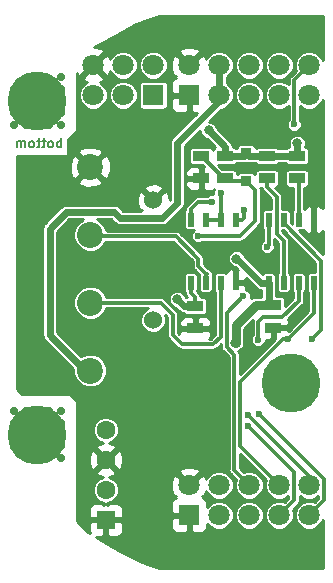
<source format=gbr>
G04 #@! TF.GenerationSoftware,KiCad,Pcbnew,5.0.2-bee76a0~70~ubuntu18.04.1*
G04 #@! TF.CreationDate,2019-03-07T20:11:12+01:00*
G04 #@! TF.ProjectId,bus-module_attiny1634,6275732d-6d6f-4647-956c-655f61747469,C*
G04 #@! TF.SameCoordinates,Original*
G04 #@! TF.FileFunction,Copper,L2,Bot*
G04 #@! TF.FilePolarity,Positive*
%FSLAX46Y46*%
G04 Gerber Fmt 4.6, Leading zero omitted, Abs format (unit mm)*
G04 Created by KiCad (PCBNEW 5.0.2-bee76a0~70~ubuntu18.04.1) date Do 07 Mär 2019 20:11:12 CET*
%MOMM*%
%LPD*%
G01*
G04 APERTURE LIST*
G04 #@! TA.AperFunction,NonConductor*
%ADD10C,0.150000*%
G04 #@! TD*
G04 #@! TA.AperFunction,ComponentPad*
%ADD11C,2.200000*%
G04 #@! TD*
G04 #@! TA.AperFunction,SMDPad,CuDef*
%ADD12R,1.397000X0.889000*%
G04 #@! TD*
G04 #@! TA.AperFunction,SMDPad,CuDef*
%ADD13R,0.914400X0.914400*%
G04 #@! TD*
G04 #@! TA.AperFunction,ComponentPad*
%ADD14C,5.000000*%
G04 #@! TD*
G04 #@! TA.AperFunction,ComponentPad*
%ADD15C,1.800000*%
G04 #@! TD*
G04 #@! TA.AperFunction,ComponentPad*
%ADD16R,1.800000X1.800000*%
G04 #@! TD*
G04 #@! TA.AperFunction,SMDPad,CuDef*
%ADD17R,0.508000X1.143000*%
G04 #@! TD*
G04 #@! TA.AperFunction,ComponentPad*
%ADD18C,1.600000*%
G04 #@! TD*
G04 #@! TA.AperFunction,ComponentPad*
%ADD19R,1.600000X1.600000*%
G04 #@! TD*
G04 #@! TA.AperFunction,ComponentPad*
%ADD20C,0.700000*%
G04 #@! TD*
G04 #@! TA.AperFunction,ComponentPad*
%ADD21C,1.524000*%
G04 #@! TD*
G04 #@! TA.AperFunction,ViaPad*
%ADD22C,0.800000*%
G04 #@! TD*
G04 #@! TA.AperFunction,ViaPad*
%ADD23C,0.600000*%
G04 #@! TD*
G04 #@! TA.AperFunction,Conductor*
%ADD24C,0.300000*%
G04 #@! TD*
G04 #@! TA.AperFunction,Conductor*
%ADD25C,0.600000*%
G04 #@! TD*
G04 #@! TA.AperFunction,Conductor*
%ADD26C,0.800000*%
G04 #@! TD*
G04 #@! TA.AperFunction,Conductor*
%ADD27C,0.250000*%
G04 #@! TD*
G04 APERTURE END LIST*
D10*
X84681714Y-87745904D02*
X84681714Y-86945904D01*
X84681714Y-87250666D02*
X84605523Y-87212571D01*
X84453142Y-87212571D01*
X84376952Y-87250666D01*
X84338857Y-87288761D01*
X84300761Y-87364952D01*
X84300761Y-87593523D01*
X84338857Y-87669714D01*
X84376952Y-87707809D01*
X84453142Y-87745904D01*
X84605523Y-87745904D01*
X84681714Y-87707809D01*
X83843619Y-87745904D02*
X83919809Y-87707809D01*
X83957904Y-87669714D01*
X83996000Y-87593523D01*
X83996000Y-87364952D01*
X83957904Y-87288761D01*
X83919809Y-87250666D01*
X83843619Y-87212571D01*
X83729333Y-87212571D01*
X83653142Y-87250666D01*
X83615047Y-87288761D01*
X83576952Y-87364952D01*
X83576952Y-87593523D01*
X83615047Y-87669714D01*
X83653142Y-87707809D01*
X83729333Y-87745904D01*
X83843619Y-87745904D01*
X83348380Y-87212571D02*
X83043619Y-87212571D01*
X83234095Y-86945904D02*
X83234095Y-87631619D01*
X83196000Y-87707809D01*
X83119809Y-87745904D01*
X83043619Y-87745904D01*
X82891238Y-87212571D02*
X82586476Y-87212571D01*
X82776952Y-86945904D02*
X82776952Y-87631619D01*
X82738857Y-87707809D01*
X82662666Y-87745904D01*
X82586476Y-87745904D01*
X82205523Y-87745904D02*
X82281714Y-87707809D01*
X82319809Y-87669714D01*
X82357904Y-87593523D01*
X82357904Y-87364952D01*
X82319809Y-87288761D01*
X82281714Y-87250666D01*
X82205523Y-87212571D01*
X82091238Y-87212571D01*
X82015047Y-87250666D01*
X81976952Y-87288761D01*
X81938857Y-87364952D01*
X81938857Y-87593523D01*
X81976952Y-87669714D01*
X82015047Y-87707809D01*
X82091238Y-87745904D01*
X82205523Y-87745904D01*
X81596000Y-87745904D02*
X81596000Y-87212571D01*
X81596000Y-87288761D02*
X81557904Y-87250666D01*
X81481714Y-87212571D01*
X81367428Y-87212571D01*
X81291238Y-87250666D01*
X81253142Y-87326857D01*
X81253142Y-87745904D01*
X81253142Y-87326857D02*
X81215047Y-87250666D01*
X81138857Y-87212571D01*
X81024571Y-87212571D01*
X80948380Y-87250666D01*
X80910285Y-87326857D01*
X80910285Y-87745904D01*
D11*
G04 #@! TO.P,J6,1*
G04 #@! TO.N,/B*
X87114000Y-95156400D03*
G04 #@! TD*
G04 #@! TO.P,J5,1*
G04 #@! TO.N,/A*
X87120200Y-100896800D03*
G04 #@! TD*
G04 #@! TO.P,J4,1*
G04 #@! TO.N,+24V*
X87114000Y-106637200D03*
G04 #@! TD*
G04 #@! TO.P,J7,1*
G04 #@! TO.N,GND*
X87114000Y-89416000D03*
G04 #@! TD*
D12*
G04 #@! TO.P,C7,2*
G04 #@! TO.N,VCC*
X102608000Y-101100000D03*
G04 #@! TO.P,C7,1*
G04 #@! TO.N,GND*
X102608000Y-103005000D03*
G04 #@! TD*
G04 #@! TO.P,C4,2*
G04 #@! TO.N,GND*
X96004000Y-103068500D03*
G04 #@! TO.P,C4,1*
G04 #@! TO.N,VCC*
X96004000Y-101163500D03*
G04 #@! TD*
D13*
G04 #@! TO.P,D1,2*
G04 #@! TO.N,VCC*
X100322000Y-88239980D03*
G04 #@! TO.P,D1,1*
G04 #@! TO.N,//RESET*
X100322000Y-90592020D03*
G04 #@! TD*
D12*
G04 #@! TO.P,R5,2*
G04 #@! TO.N,//RESET*
X98544000Y-90368500D03*
G04 #@! TO.P,R5,1*
G04 #@! TO.N,VCC*
X98544000Y-88463500D03*
G04 #@! TD*
G04 #@! TO.P,R6,2*
G04 #@! TO.N,Net-(R6-Pad2)*
X102100000Y-90368500D03*
G04 #@! TO.P,R6,1*
G04 #@! TO.N,VCC*
X102100000Y-88463500D03*
G04 #@! TD*
G04 #@! TO.P,R1,2*
G04 #@! TO.N,Net-(R1-Pad2)*
X104640000Y-90368500D03*
G04 #@! TO.P,R1,1*
G04 #@! TO.N,VCC*
X104640000Y-88463500D03*
G04 #@! TD*
G04 #@! TO.P,C1,2*
G04 #@! TO.N,GND*
X96512000Y-90368500D03*
G04 #@! TO.P,C1,1*
G04 #@! TO.N,//RESET*
X96512000Y-88463500D03*
G04 #@! TD*
D14*
G04 #@! TO.P,HOLE_2.5mm,2*
G04 #@! TO.N,N/C*
X82650000Y-112070000D03*
G04 #@! TD*
G04 #@! TO.P,HOLE_2.5mm,2*
G04 #@! TO.N,N/C*
X82650000Y-83820000D03*
G04 #@! TD*
D15*
G04 #@! TO.P,J3,6*
G04 #@! TO.N,GND*
X87368000Y-80780000D03*
G04 #@! TO.P,J3,5*
G04 #@! TO.N,//RESET*
X87368000Y-83320000D03*
G04 #@! TO.P,J3,4*
G04 #@! TO.N,/PB1_MISO*
X89908000Y-80780000D03*
G04 #@! TO.P,J3,3*
G04 #@! TO.N,/PC1_SCK*
X89908000Y-83320000D03*
G04 #@! TO.P,J3,2*
G04 #@! TO.N,VCC*
X92448000Y-80780000D03*
D16*
G04 #@! TO.P,J3,1*
G04 #@! TO.N,/PB2_MOSI*
X92448000Y-83320000D03*
G04 #@! TD*
D14*
G04 #@! TO.P,H1,2*
G04 #@! TO.N,N/C*
X104132000Y-107704000D03*
G04 #@! TD*
D15*
G04 #@! TO.P,J2,10*
G04 #@! TO.N,/SCK*
X105656000Y-116340000D03*
G04 #@! TO.P,J2,9*
G04 #@! TO.N,/PB3*
X105656000Y-118880000D03*
G04 #@! TO.P,J2,8*
G04 #@! TO.N,/MOSI*
X103116000Y-116340000D03*
G04 #@! TO.P,J2,7*
G04 #@! TO.N,/MISO*
X103116000Y-118880000D03*
G04 #@! TO.P,J2,6*
G04 #@! TO.N,/PC2_INT0*
X100576000Y-116340000D03*
G04 #@! TO.P,J2,5*
G04 #@! TO.N,//RESET*
X100576000Y-118880000D03*
G04 #@! TO.P,J2,4*
G04 #@! TO.N,VCC*
X98036000Y-116340000D03*
G04 #@! TO.P,J2,3*
X98036000Y-118880000D03*
G04 #@! TO.P,J2,2*
G04 #@! TO.N,GND*
X95496000Y-116340000D03*
D16*
G04 #@! TO.P,J2,1*
X95496000Y-118880000D03*
G04 #@! TD*
D15*
G04 #@! TO.P,J1,10*
G04 #@! TO.N,/PA5*
X105656000Y-80780000D03*
G04 #@! TO.P,J1,9*
G04 #@! TO.N,/PA4*
X105656000Y-83320000D03*
G04 #@! TO.P,J1,8*
G04 #@! TO.N,/PA3*
X103116000Y-80780000D03*
G04 #@! TO.P,J1,7*
G04 #@! TO.N,/PA2*
X103116000Y-83320000D03*
G04 #@! TO.P,J1,6*
G04 #@! TO.N,/PA1*
X100576000Y-80780000D03*
G04 #@! TO.P,J1,5*
G04 #@! TO.N,/PA0_AREF*
X100576000Y-83320000D03*
G04 #@! TO.P,J1,4*
G04 #@! TO.N,+24V*
X98036000Y-80780000D03*
G04 #@! TO.P,J1,3*
X98036000Y-83320000D03*
G04 #@! TO.P,J1,2*
G04 #@! TO.N,GND*
X95496000Y-80780000D03*
D16*
G04 #@! TO.P,J1,1*
X95496000Y-83320000D03*
G04 #@! TD*
D17*
G04 #@! TO.P,U4,4*
G04 #@! TO.N,/TXD*
X99433000Y-93861000D03*
G04 #@! TO.P,U4,3*
G04 #@! TO.N,/TXDEN*
X98163000Y-93861000D03*
G04 #@! TO.P,U4,2*
X96893000Y-93861000D03*
G04 #@! TO.P,U4,5*
G04 #@! TO.N,GND*
X99433000Y-99195000D03*
G04 #@! TO.P,U4,6*
G04 #@! TO.N,/A*
X98163000Y-99195000D03*
G04 #@! TO.P,U4,7*
G04 #@! TO.N,/B*
X96893000Y-99195000D03*
G04 #@! TO.P,U4,1*
G04 #@! TO.N,/RXD*
X95623000Y-93861000D03*
G04 #@! TO.P,U4,8*
G04 #@! TO.N,VCC*
X95623000Y-99195000D03*
G04 #@! TD*
D18*
G04 #@! TO.P,U5,4*
G04 #@! TO.N,VCC*
X88434800Y-111666400D03*
G04 #@! TO.P,U5,3*
G04 #@! TO.N,GND*
X88434800Y-114206400D03*
G04 #@! TO.P,U5,2*
G04 #@! TO.N,Net-(F1-Pad1)*
X88434800Y-116746400D03*
D19*
G04 #@! TO.P,U5,1*
G04 #@! TO.N,GND*
X88434800Y-119286400D03*
G04 #@! TD*
D17*
G04 #@! TO.P,U2,4*
G04 #@! TO.N,GND*
X106037000Y-93861000D03*
G04 #@! TO.P,U2,3*
G04 #@! TO.N,Net-(R1-Pad2)*
X104767000Y-93861000D03*
G04 #@! TO.P,U2,2*
G04 #@! TO.N,/MISO*
X103497000Y-93861000D03*
G04 #@! TO.P,U2,5*
G04 #@! TO.N,/MOSI*
X106037000Y-99195000D03*
G04 #@! TO.P,U2,6*
G04 #@! TO.N,/SCK*
X104767000Y-99195000D03*
G04 #@! TO.P,U2,7*
G04 #@! TO.N,Net-(R6-Pad2)*
X103497000Y-99195000D03*
G04 #@! TO.P,U2,1*
G04 #@! TO.N,//CSEEP*
X102227000Y-93861000D03*
G04 #@! TO.P,U2,8*
G04 #@! TO.N,VCC*
X102227000Y-99195000D03*
G04 #@! TD*
D20*
G04 #@! TO.P,REF\002A\002A,1*
G04 #@! TO.N,N/C*
X80650000Y-85820000D03*
X81650000Y-85820000D03*
X84650000Y-85820000D03*
X83650000Y-85820000D03*
X82650000Y-85820000D03*
G04 #@! TD*
G04 #@! TO.P,REF\002A\002A,1*
G04 #@! TO.N,N/C*
X84650000Y-110070000D03*
X83650000Y-110070000D03*
X80650000Y-110070000D03*
X81650000Y-110070000D03*
X82650000Y-110070000D03*
G04 #@! TD*
G04 #@! TO.P,REF\002A\002A,1*
G04 #@! TO.N,N/C*
X84650000Y-84820000D03*
X84650000Y-83820000D03*
X84650000Y-81820000D03*
X84650000Y-82820000D03*
G04 #@! TD*
G04 #@! TO.P,REF\002A\002A,1*
G04 #@! TO.N,N/C*
X84650000Y-114070000D03*
X84650000Y-113070000D03*
X84650000Y-111070000D03*
X84650000Y-112070000D03*
G04 #@! TD*
D21*
G04 #@! TO.P,R7,1*
G04 #@! TO.N,Net-(F1-Pad1)*
X92448000Y-102370000D03*
G04 #@! TO.P,R7,2*
G04 #@! TO.N,GND*
X92448000Y-92210000D03*
G04 #@! TD*
D22*
G04 #@! TO.N,GND*
X91178000Y-97036000D03*
X93972000Y-108720000D03*
X93972000Y-106180000D03*
D23*
G04 #@! TO.N,/PA5*
X104386002Y-85796500D03*
G04 #@! TO.N,/PB3*
X101401502Y-110307500D03*
G04 #@! TO.N,/MOSI*
X103878000Y-103957500D03*
G04 #@! TO.N,/MISO*
X100468967Y-111319722D03*
X105910000Y-103957500D03*
G04 #@! TO.N,/SCK*
X100512500Y-110371000D03*
X101338000Y-104021000D03*
G04 #@! TO.N,//RESET*
X96258000Y-95258000D03*
G04 #@! TO.N,/PC2_INT0*
X100075919Y-100369780D03*
G04 #@! TO.N,//CSEEP*
X102100000Y-96154031D03*
G04 #@! TO.N,/TXD*
X100108947Y-93008640D03*
G04 #@! TO.N,/RXD*
X97464500Y-92337002D03*
G04 #@! TO.N,/TXDEN*
X98163000Y-91638500D03*
D22*
G04 #@! TO.N,VCC*
X94480000Y-100592000D03*
X104640000Y-87384000D03*
X97147000Y-86304500D03*
X99496500Y-97163000D03*
X99406980Y-104285959D03*
G04 #@! TD*
D24*
G04 #@! TO.N,GND*
X96512000Y-90368500D02*
X96639000Y-90368500D01*
G04 #@! TO.N,/PA5*
X105656000Y-80780000D02*
X104386002Y-82049998D01*
X104386002Y-82049998D02*
X104386002Y-85796500D01*
G04 #@! TO.N,/PB3*
X106906001Y-115811999D02*
X101401502Y-110307500D01*
X106906001Y-117629999D02*
X106906001Y-115811999D01*
X105656000Y-118880000D02*
X106906001Y-117629999D01*
G04 #@! TO.N,/MOSI*
X106037000Y-101798500D02*
X103878000Y-103957500D01*
X99798998Y-113022998D02*
X99798998Y-107612238D01*
X99798998Y-107612238D02*
X103453736Y-103957500D01*
X106037000Y-99195000D02*
X106037000Y-101798500D01*
X103453736Y-103957500D02*
X103878000Y-103957500D01*
X103116000Y-116340000D02*
X99798998Y-113022998D01*
G04 #@! TO.N,/MISO*
X104366001Y-115216756D02*
X100468967Y-111319722D01*
X103116000Y-118880000D02*
X104366001Y-117629999D01*
X104366001Y-117629999D02*
X104366001Y-115216756D01*
X103497000Y-94178500D02*
X106641001Y-97322501D01*
X106641001Y-103226499D02*
X105910000Y-103957500D01*
X103497000Y-93861000D02*
X103497000Y-94178500D01*
X106641001Y-97322501D02*
X106641001Y-103226499D01*
G04 #@! TO.N,/SCK*
X105656000Y-115587502D02*
X100512500Y-110444002D01*
X105656000Y-116340000D02*
X105656000Y-115587502D01*
X100512500Y-110444002D02*
X100512500Y-110371000D01*
X104767000Y-99195000D02*
X104767000Y-100714002D01*
X101338000Y-102501998D02*
X101338000Y-104021000D01*
X103365002Y-102116000D02*
X101723998Y-102116000D01*
X104767000Y-100714002D02*
X103365002Y-102116000D01*
X101723998Y-102116000D02*
X101338000Y-102501998D01*
D25*
G04 #@! TO.N,+24V*
X98036000Y-83320000D02*
X98036000Y-80780000D01*
X98036000Y-83828000D02*
X98036000Y-83320000D01*
X83685000Y-94623000D02*
X85082000Y-93226000D01*
X83685000Y-103640000D02*
X83685000Y-94623000D01*
X89146000Y-93226000D02*
X89654000Y-93734000D01*
X86682200Y-106637200D02*
X83685000Y-103640000D01*
X87114000Y-106637200D02*
X86682200Y-106637200D01*
X94480000Y-87384000D02*
X98036000Y-83828000D01*
X85082000Y-93226000D02*
X89146000Y-93226000D01*
X89654000Y-93734000D02*
X93210000Y-93734000D01*
X93210000Y-93734000D02*
X94480000Y-92464000D01*
X94480000Y-92464000D02*
X94480000Y-87384000D01*
D24*
G04 #@! TO.N,//RESET*
X101084000Y-93988000D02*
X101084000Y-91354020D01*
X99814000Y-95258000D02*
X101084000Y-93988000D01*
X96258000Y-95258000D02*
X99814000Y-95258000D01*
X101084000Y-91354020D02*
X100322000Y-90592020D01*
X98544000Y-90368500D02*
X98417000Y-90368500D01*
X98417000Y-90368500D02*
X96512000Y-88463500D01*
X100322000Y-90592020D02*
X98767520Y-90592020D01*
X98767520Y-90592020D02*
X98544000Y-90368500D01*
G04 #@! TO.N,/PC2_INT0*
X98670977Y-103911958D02*
X98670977Y-101774722D01*
X98670977Y-101774722D02*
X100075919Y-100369780D01*
X98656978Y-104645961D02*
X98656978Y-103925957D01*
X99298987Y-115062987D02*
X99298987Y-105287970D01*
X98656978Y-103925957D02*
X98670977Y-103911958D01*
X99298987Y-105287970D02*
X98656978Y-104645961D01*
X100576000Y-116340000D02*
X99298987Y-115062987D01*
G04 #@! TO.N,Net-(R6-Pad2)*
X103497000Y-96020000D02*
X103497000Y-95639000D01*
X103497000Y-95639000D02*
X102903041Y-95045041D01*
X102903041Y-95045041D02*
X102903041Y-94722543D01*
X102903041Y-94722543D02*
X102892999Y-94712501D01*
X102892999Y-94712501D02*
X102892999Y-93009499D01*
X102892999Y-93009499D02*
X102903041Y-92999457D01*
X102903041Y-92999457D02*
X102903041Y-91930241D01*
X102903041Y-91930241D02*
X102100000Y-91127200D01*
X102100000Y-91127200D02*
X102100000Y-90368500D01*
X103497000Y-99195000D02*
X103497000Y-96020000D01*
X103497000Y-96020000D02*
X103497000Y-95893000D01*
G04 #@! TO.N,//CSEEP*
X102227000Y-96027031D02*
X102100000Y-96154031D01*
X102227000Y-93861000D02*
X102227000Y-96027031D01*
G04 #@! TO.N,/TXD*
X99433000Y-93861000D02*
X99987000Y-93861000D01*
X100108947Y-93739053D02*
X100108947Y-93008640D01*
X99987000Y-93861000D02*
X100108947Y-93739053D01*
G04 #@! TO.N,/RXD*
X96257998Y-92337002D02*
X97464500Y-92337002D01*
X95623000Y-92972000D02*
X96257998Y-92337002D01*
X95623000Y-93861000D02*
X95623000Y-92972000D01*
G04 #@! TO.N,/TXDEN*
X98163000Y-93861000D02*
X96893000Y-93861000D01*
X98163000Y-93861000D02*
X98163000Y-91638500D01*
G04 #@! TO.N,Net-(R1-Pad2)*
X104767000Y-93861000D02*
X104767000Y-90495500D01*
X104767000Y-90495500D02*
X104640000Y-90368500D01*
G04 #@! TO.N,/A*
X87120200Y-100896800D02*
X93083000Y-100896800D01*
X98163000Y-103767000D02*
X98163000Y-99195000D01*
X97528000Y-104402000D02*
X98163000Y-103767000D01*
X94861000Y-104402000D02*
X97528000Y-104402000D01*
X94099000Y-103640000D02*
X94861000Y-104402000D01*
X94099000Y-101912800D02*
X94099000Y-103640000D01*
X93083000Y-100896800D02*
X94099000Y-101912800D01*
G04 #@! TO.N,/B*
X96258000Y-97163000D02*
X96258000Y-97798000D01*
X96258000Y-97798000D02*
X96893000Y-98433000D01*
X96893000Y-98433000D02*
X97020000Y-98433000D01*
X96893000Y-99195000D02*
X96893000Y-98433000D01*
X94353000Y-95258000D02*
X87114000Y-95258000D01*
X96258000Y-97163000D02*
X94353000Y-95258000D01*
X87114000Y-95258000D02*
X87114000Y-95156400D01*
D25*
G04 #@! TO.N,VCC*
X102227000Y-99195000D02*
X102227000Y-101100000D01*
X102227000Y-101100000D02*
X102608000Y-101100000D01*
X96004000Y-101163500D02*
X95051500Y-101163500D01*
X95051500Y-101163500D02*
X94480000Y-100592000D01*
X102100000Y-88463500D02*
X100545520Y-88463500D01*
X100545520Y-88463500D02*
X100322000Y-88239980D01*
X98544000Y-88463500D02*
X100098480Y-88463500D01*
X100098480Y-88463500D02*
X100322000Y-88239980D01*
X104640000Y-88463500D02*
X104640000Y-87384000D01*
X104640000Y-88463500D02*
X102100000Y-88463500D01*
D24*
X95750000Y-100165000D02*
X95721500Y-100165000D01*
X95721500Y-100165000D02*
X95623000Y-100066500D01*
X95623000Y-100066500D02*
X95623000Y-99195000D01*
X96004000Y-101163500D02*
X96004000Y-100419000D01*
X96004000Y-100419000D02*
X95750000Y-100165000D01*
D25*
X98544000Y-87701500D02*
X97147000Y-86304500D01*
X98544000Y-88463500D02*
X98544000Y-87701500D01*
X99560000Y-97163000D02*
X99496500Y-97163000D01*
X101592000Y-99195000D02*
X99560000Y-97163000D01*
X102227000Y-99195000D02*
X101592000Y-99195000D01*
D26*
X101109500Y-101100000D02*
X99420988Y-102788512D01*
X99420988Y-102788512D02*
X99420988Y-104271951D01*
X102608000Y-101100000D02*
X101109500Y-101100000D01*
X99420988Y-104271951D02*
X99406980Y-104285959D01*
G04 #@! TD*
D27*
G04 #@! TO.N,GND*
G36*
X106801000Y-80343195D02*
X106694505Y-80086093D01*
X106349907Y-79741495D01*
X105899668Y-79555000D01*
X105412332Y-79555000D01*
X104962093Y-79741495D01*
X104617495Y-80086093D01*
X104431000Y-80536332D01*
X104431000Y-81023668D01*
X104521674Y-81242575D01*
X104083206Y-81681043D01*
X104043547Y-81707543D01*
X103938563Y-81864664D01*
X103911002Y-82003220D01*
X103911002Y-82003224D01*
X103901698Y-82049998D01*
X103911002Y-82096772D01*
X103911002Y-82382590D01*
X103809907Y-82281495D01*
X103359668Y-82095000D01*
X102872332Y-82095000D01*
X102422093Y-82281495D01*
X102077495Y-82626093D01*
X101891000Y-83076332D01*
X101891000Y-83563668D01*
X102077495Y-84013907D01*
X102422093Y-84358505D01*
X102872332Y-84545000D01*
X103359668Y-84545000D01*
X103809907Y-84358505D01*
X103911003Y-84257409D01*
X103911003Y-85387616D01*
X103856153Y-85442466D01*
X103761002Y-85672180D01*
X103761002Y-85920820D01*
X103856153Y-86150534D01*
X104031968Y-86326349D01*
X104261682Y-86421500D01*
X104510322Y-86421500D01*
X104740036Y-86326349D01*
X104915851Y-86150534D01*
X105011002Y-85920820D01*
X105011002Y-85672180D01*
X104915851Y-85442466D01*
X104861002Y-85387617D01*
X104861002Y-84257414D01*
X104962093Y-84358505D01*
X105412332Y-84545000D01*
X105899668Y-84545000D01*
X106349907Y-84358505D01*
X106694505Y-84013907D01*
X106801000Y-83756805D01*
X106801000Y-92904303D01*
X106649565Y-92752868D01*
X106416911Y-92656500D01*
X106322250Y-92656500D01*
X106164000Y-92814750D01*
X106164000Y-93732000D01*
X106186000Y-93732000D01*
X106186000Y-93990000D01*
X106164000Y-93990000D01*
X106164000Y-94907250D01*
X106322250Y-95065500D01*
X106416911Y-95065500D01*
X106649565Y-94969132D01*
X106801000Y-94817697D01*
X106801000Y-96810749D01*
X104754117Y-94763867D01*
X105021000Y-94763867D01*
X105147809Y-94738643D01*
X105207996Y-94698427D01*
X105246369Y-94791066D01*
X105424435Y-94969132D01*
X105657089Y-95065500D01*
X105751750Y-95065500D01*
X105910000Y-94907250D01*
X105910000Y-93990000D01*
X105888000Y-93990000D01*
X105888000Y-93732000D01*
X105910000Y-93732000D01*
X105910000Y-92814750D01*
X105751750Y-92656500D01*
X105657089Y-92656500D01*
X105424435Y-92752868D01*
X105246369Y-92930934D01*
X105242000Y-92941482D01*
X105242000Y-91144367D01*
X105338500Y-91144367D01*
X105465309Y-91119143D01*
X105572812Y-91047312D01*
X105644643Y-90939809D01*
X105669867Y-90813000D01*
X105669867Y-89924000D01*
X105644643Y-89797191D01*
X105572812Y-89689688D01*
X105465309Y-89617857D01*
X105338500Y-89592633D01*
X103941500Y-89592633D01*
X103814691Y-89617857D01*
X103707188Y-89689688D01*
X103635357Y-89797191D01*
X103610133Y-89924000D01*
X103610133Y-90813000D01*
X103635357Y-90939809D01*
X103707188Y-91047312D01*
X103814691Y-91119143D01*
X103941500Y-91144367D01*
X104292001Y-91144367D01*
X104292000Y-93046293D01*
X104278688Y-93055188D01*
X104206857Y-93162691D01*
X104181633Y-93289500D01*
X104181633Y-94191383D01*
X104082367Y-94092117D01*
X104082367Y-93289500D01*
X104057143Y-93162691D01*
X103985312Y-93055188D01*
X103877809Y-92983357D01*
X103751000Y-92958133D01*
X103379125Y-92958133D01*
X103378041Y-92952682D01*
X103378041Y-91977014D01*
X103387345Y-91930240D01*
X103378041Y-91883466D01*
X103378041Y-91883462D01*
X103350480Y-91744906D01*
X103318120Y-91696475D01*
X103271994Y-91627442D01*
X103271992Y-91627440D01*
X103245496Y-91587786D01*
X103205842Y-91561290D01*
X102788918Y-91144367D01*
X102798500Y-91144367D01*
X102925309Y-91119143D01*
X103032812Y-91047312D01*
X103104643Y-90939809D01*
X103129867Y-90813000D01*
X103129867Y-89924000D01*
X103104643Y-89797191D01*
X103032812Y-89689688D01*
X102925309Y-89617857D01*
X102798500Y-89592633D01*
X101401500Y-89592633D01*
X101274691Y-89617857D01*
X101167188Y-89689688D01*
X101095357Y-89797191D01*
X101070133Y-89924000D01*
X101070133Y-89985248D01*
X101013512Y-89900508D01*
X100906009Y-89828677D01*
X100779200Y-89803453D01*
X99864800Y-89803453D01*
X99737991Y-89828677D01*
X99630488Y-89900508D01*
X99573867Y-89985248D01*
X99573867Y-89924000D01*
X99548643Y-89797191D01*
X99476812Y-89689688D01*
X99369309Y-89617857D01*
X99242500Y-89592633D01*
X98312884Y-89592633D01*
X97959618Y-89239367D01*
X99242500Y-89239367D01*
X99369309Y-89214143D01*
X99476812Y-89142312D01*
X99512768Y-89088500D01*
X100036925Y-89088500D01*
X100098480Y-89100744D01*
X100160035Y-89088500D01*
X100322000Y-89056283D01*
X100408571Y-89073503D01*
X100545519Y-89100744D01*
X100607074Y-89088500D01*
X101131232Y-89088500D01*
X101167188Y-89142312D01*
X101274691Y-89214143D01*
X101401500Y-89239367D01*
X102798500Y-89239367D01*
X102925309Y-89214143D01*
X103032812Y-89142312D01*
X103068768Y-89088500D01*
X103671232Y-89088500D01*
X103707188Y-89142312D01*
X103814691Y-89214143D01*
X103941500Y-89239367D01*
X105338500Y-89239367D01*
X105465309Y-89214143D01*
X105572812Y-89142312D01*
X105644643Y-89034809D01*
X105669867Y-88908000D01*
X105669867Y-88019000D01*
X105644643Y-87892191D01*
X105572812Y-87784688D01*
X105465309Y-87712857D01*
X105338500Y-87687633D01*
X105298966Y-87687633D01*
X105365000Y-87528212D01*
X105365000Y-87239788D01*
X105254626Y-86973320D01*
X105050680Y-86769374D01*
X104784212Y-86659000D01*
X104495788Y-86659000D01*
X104229320Y-86769374D01*
X104025374Y-86973320D01*
X103915000Y-87239788D01*
X103915000Y-87528212D01*
X103981034Y-87687633D01*
X103941500Y-87687633D01*
X103814691Y-87712857D01*
X103707188Y-87784688D01*
X103671232Y-87838500D01*
X103068768Y-87838500D01*
X103032812Y-87784688D01*
X102925309Y-87712857D01*
X102798500Y-87687633D01*
X101401500Y-87687633D01*
X101274691Y-87712857D01*
X101167188Y-87784688D01*
X101131232Y-87838500D01*
X101110567Y-87838500D01*
X101110567Y-87782780D01*
X101085343Y-87655971D01*
X101013512Y-87548468D01*
X100906009Y-87476637D01*
X100779200Y-87451413D01*
X99864800Y-87451413D01*
X99737991Y-87476637D01*
X99630488Y-87548468D01*
X99558657Y-87655971D01*
X99533433Y-87782780D01*
X99533433Y-87838500D01*
X99512768Y-87838500D01*
X99476812Y-87784688D01*
X99369309Y-87712857D01*
X99242500Y-87687633D01*
X99178486Y-87687633D01*
X99169000Y-87639945D01*
X99132737Y-87457637D01*
X98994600Y-87250900D01*
X98942415Y-87216031D01*
X97861627Y-86135244D01*
X97761626Y-85893820D01*
X97557680Y-85689874D01*
X97291212Y-85579500D01*
X97168383Y-85579500D01*
X98202884Y-84545000D01*
X98279668Y-84545000D01*
X98729907Y-84358505D01*
X99074505Y-84013907D01*
X99261000Y-83563668D01*
X99261000Y-83076332D01*
X99351000Y-83076332D01*
X99351000Y-83563668D01*
X99537495Y-84013907D01*
X99882093Y-84358505D01*
X100332332Y-84545000D01*
X100819668Y-84545000D01*
X101269907Y-84358505D01*
X101614505Y-84013907D01*
X101801000Y-83563668D01*
X101801000Y-83076332D01*
X101614505Y-82626093D01*
X101269907Y-82281495D01*
X100819668Y-82095000D01*
X100332332Y-82095000D01*
X99882093Y-82281495D01*
X99537495Y-82626093D01*
X99351000Y-83076332D01*
X99261000Y-83076332D01*
X99074505Y-82626093D01*
X98729907Y-82281495D01*
X98661000Y-82252953D01*
X98661000Y-81847047D01*
X98729907Y-81818505D01*
X99074505Y-81473907D01*
X99261000Y-81023668D01*
X99261000Y-80536332D01*
X99351000Y-80536332D01*
X99351000Y-81023668D01*
X99537495Y-81473907D01*
X99882093Y-81818505D01*
X100332332Y-82005000D01*
X100819668Y-82005000D01*
X101269907Y-81818505D01*
X101614505Y-81473907D01*
X101801000Y-81023668D01*
X101801000Y-80536332D01*
X101891000Y-80536332D01*
X101891000Y-81023668D01*
X102077495Y-81473907D01*
X102422093Y-81818505D01*
X102872332Y-82005000D01*
X103359668Y-82005000D01*
X103809907Y-81818505D01*
X104154505Y-81473907D01*
X104341000Y-81023668D01*
X104341000Y-80536332D01*
X104154505Y-80086093D01*
X103809907Y-79741495D01*
X103359668Y-79555000D01*
X102872332Y-79555000D01*
X102422093Y-79741495D01*
X102077495Y-80086093D01*
X101891000Y-80536332D01*
X101801000Y-80536332D01*
X101614505Y-80086093D01*
X101269907Y-79741495D01*
X100819668Y-79555000D01*
X100332332Y-79555000D01*
X99882093Y-79741495D01*
X99537495Y-80086093D01*
X99351000Y-80536332D01*
X99261000Y-80536332D01*
X99074505Y-80086093D01*
X98729907Y-79741495D01*
X98279668Y-79555000D01*
X97792332Y-79555000D01*
X97342093Y-79741495D01*
X96997495Y-80086093D01*
X96939061Y-80227164D01*
X96832031Y-79968770D01*
X96576351Y-79882083D01*
X95678434Y-80780000D01*
X95692576Y-80794142D01*
X95510142Y-80976576D01*
X95496000Y-80962434D01*
X95481858Y-80976576D01*
X95299424Y-80794142D01*
X95313566Y-80780000D01*
X94415649Y-79882083D01*
X94159969Y-79968770D01*
X93951224Y-80541798D01*
X93977657Y-81151090D01*
X94159969Y-81591230D01*
X94415647Y-81677916D01*
X94301282Y-81792281D01*
X94346990Y-81837989D01*
X94237435Y-81883368D01*
X94059369Y-82061434D01*
X93963000Y-82294088D01*
X93963000Y-83032750D01*
X94121250Y-83191000D01*
X95367000Y-83191000D01*
X95367000Y-83171000D01*
X95625000Y-83171000D01*
X95625000Y-83191000D01*
X95645000Y-83191000D01*
X95645000Y-83449000D01*
X95625000Y-83449000D01*
X95625000Y-84694750D01*
X95783250Y-84853000D01*
X96127117Y-84853000D01*
X94081588Y-86898530D01*
X94029401Y-86933400D01*
X93941966Y-87064256D01*
X93891263Y-87140138D01*
X93842756Y-87384000D01*
X93855001Y-87445560D01*
X93855000Y-92205117D01*
X93845114Y-92215003D01*
X93826849Y-91861004D01*
X93669771Y-91481784D01*
X93428390Y-91412043D01*
X92630434Y-92210000D01*
X92644576Y-92224142D01*
X92462142Y-92406576D01*
X92448000Y-92392434D01*
X92433858Y-92406576D01*
X92251424Y-92224142D01*
X92265566Y-92210000D01*
X91467610Y-91412043D01*
X91226229Y-91481784D01*
X91040555Y-92004768D01*
X91069151Y-92558996D01*
X91226229Y-92938216D01*
X91467607Y-93007956D01*
X91366563Y-93109000D01*
X89912883Y-93109000D01*
X89631472Y-92827590D01*
X89596600Y-92775400D01*
X89389863Y-92637263D01*
X89207555Y-92601000D01*
X89146000Y-92588756D01*
X89084445Y-92601000D01*
X85143553Y-92601000D01*
X85081999Y-92588756D01*
X85020445Y-92601000D01*
X84838137Y-92637263D01*
X84631400Y-92775400D01*
X84596531Y-92827585D01*
X83286588Y-94137530D01*
X83234401Y-94172400D01*
X83143503Y-94308439D01*
X83096263Y-94379138D01*
X83047756Y-94623000D01*
X83060001Y-94684560D01*
X83060000Y-103578445D01*
X83047756Y-103640000D01*
X83082323Y-103813779D01*
X83096263Y-103883862D01*
X83234400Y-104090600D01*
X83286590Y-104125472D01*
X85689000Y-106527883D01*
X85689000Y-106920650D01*
X85905944Y-107444397D01*
X86306803Y-107845256D01*
X86830550Y-108062200D01*
X87397450Y-108062200D01*
X87921197Y-107845256D01*
X88322056Y-107444397D01*
X88539000Y-106920650D01*
X88539000Y-106353750D01*
X88322056Y-105830003D01*
X87921197Y-105429144D01*
X87397450Y-105212200D01*
X86830550Y-105212200D01*
X86343024Y-105414141D01*
X84310000Y-103381118D01*
X84310000Y-94881882D01*
X85340884Y-93851000D01*
X86541811Y-93851000D01*
X86306803Y-93948344D01*
X85905944Y-94349203D01*
X85689000Y-94872950D01*
X85689000Y-95439850D01*
X85905944Y-95963597D01*
X86306803Y-96364456D01*
X86830550Y-96581400D01*
X87397450Y-96581400D01*
X87921197Y-96364456D01*
X88322056Y-95963597D01*
X88417573Y-95733000D01*
X94156250Y-95733000D01*
X95783000Y-97359751D01*
X95783001Y-97751222D01*
X95773696Y-97798000D01*
X95783001Y-97844779D01*
X95810562Y-97983335D01*
X95915546Y-98140455D01*
X95955202Y-98166953D01*
X96324907Y-98536658D01*
X96307633Y-98623500D01*
X96307633Y-99766500D01*
X96332857Y-99893309D01*
X96404688Y-100000812D01*
X96512191Y-100072643D01*
X96639000Y-100097867D01*
X97147000Y-100097867D01*
X97273809Y-100072643D01*
X97381312Y-100000812D01*
X97453143Y-99893309D01*
X97478367Y-99766500D01*
X97478367Y-98623500D01*
X97472389Y-98593448D01*
X97504305Y-98433000D01*
X97467439Y-98247665D01*
X97362455Y-98090545D01*
X97205335Y-97985561D01*
X97095455Y-97963704D01*
X96733000Y-97601250D01*
X96733000Y-97209774D01*
X96742304Y-97163000D01*
X96733000Y-97116226D01*
X96733000Y-97116221D01*
X96705439Y-96977665D01*
X96600455Y-96820545D01*
X96560799Y-96794048D01*
X94721955Y-94955205D01*
X94695455Y-94915545D01*
X94538335Y-94810561D01*
X94399779Y-94783000D01*
X94399774Y-94783000D01*
X94353000Y-94773696D01*
X94306226Y-94783000D01*
X88501741Y-94783000D01*
X88322056Y-94349203D01*
X87921197Y-93948344D01*
X87686189Y-93851000D01*
X88887117Y-93851000D01*
X89168531Y-94132415D01*
X89203400Y-94184600D01*
X89410137Y-94322737D01*
X89592445Y-94359000D01*
X89653999Y-94371244D01*
X89715553Y-94359000D01*
X93148445Y-94359000D01*
X93210000Y-94371244D01*
X93271555Y-94359000D01*
X93453863Y-94322737D01*
X93660600Y-94184600D01*
X93695472Y-94132410D01*
X94878413Y-92949470D01*
X94930600Y-92914600D01*
X95068737Y-92707863D01*
X95105000Y-92525555D01*
X95105000Y-92525554D01*
X95117244Y-92464001D01*
X95105000Y-92402447D01*
X95105000Y-90655750D01*
X95180500Y-90655750D01*
X95180500Y-90938911D01*
X95276868Y-91171565D01*
X95454934Y-91349631D01*
X95687588Y-91446000D01*
X96224750Y-91446000D01*
X96383000Y-91287750D01*
X96383000Y-90497500D01*
X95338750Y-90497500D01*
X95180500Y-90655750D01*
X95105000Y-90655750D01*
X95105000Y-89798089D01*
X95180500Y-89798089D01*
X95180500Y-90081250D01*
X95338750Y-90239500D01*
X96383000Y-90239500D01*
X96383000Y-89449250D01*
X96224750Y-89291000D01*
X95687588Y-89291000D01*
X95454934Y-89387369D01*
X95276868Y-89565435D01*
X95180500Y-89798089D01*
X95105000Y-89798089D01*
X95105000Y-87642882D01*
X96422000Y-86325883D01*
X96422000Y-86448712D01*
X96532374Y-86715180D01*
X96736320Y-86919126D01*
X96977744Y-87019127D01*
X97690386Y-87731770D01*
X97611188Y-87784688D01*
X97539357Y-87892191D01*
X97528000Y-87949286D01*
X97516643Y-87892191D01*
X97444812Y-87784688D01*
X97337309Y-87712857D01*
X97210500Y-87687633D01*
X95813500Y-87687633D01*
X95686691Y-87712857D01*
X95579188Y-87784688D01*
X95507357Y-87892191D01*
X95482133Y-88019000D01*
X95482133Y-88908000D01*
X95507357Y-89034809D01*
X95579188Y-89142312D01*
X95686691Y-89214143D01*
X95813500Y-89239367D01*
X96616117Y-89239367D01*
X96733500Y-89356750D01*
X96641000Y-89449250D01*
X96641000Y-90239500D01*
X96661000Y-90239500D01*
X96661000Y-90497500D01*
X96641000Y-90497500D01*
X96641000Y-91287750D01*
X96799250Y-91446000D01*
X97336412Y-91446000D01*
X97569066Y-91349631D01*
X97632387Y-91286310D01*
X97538000Y-91514180D01*
X97538000Y-91712002D01*
X97340180Y-91712002D01*
X97110466Y-91807153D01*
X97055617Y-91862002D01*
X96304772Y-91862002D01*
X96257998Y-91852698D01*
X96211224Y-91862002D01*
X96211219Y-91862002D01*
X96072663Y-91889563D01*
X95915543Y-91994547D01*
X95889045Y-92034204D01*
X95320202Y-92603047D01*
X95280546Y-92629545D01*
X95254048Y-92669202D01*
X95254047Y-92669203D01*
X95175562Y-92786665D01*
X95138696Y-92972000D01*
X95148001Y-93018778D01*
X95148001Y-93046293D01*
X95134688Y-93055188D01*
X95062857Y-93162691D01*
X95037633Y-93289500D01*
X95037633Y-94432500D01*
X95062857Y-94559309D01*
X95134688Y-94666812D01*
X95242191Y-94738643D01*
X95369000Y-94763867D01*
X95868250Y-94763867D01*
X95728151Y-94903966D01*
X95633000Y-95133680D01*
X95633000Y-95382320D01*
X95728151Y-95612034D01*
X95903966Y-95787849D01*
X96133680Y-95883000D01*
X96382320Y-95883000D01*
X96612034Y-95787849D01*
X96666883Y-95733000D01*
X99767226Y-95733000D01*
X99814000Y-95742304D01*
X99860774Y-95733000D01*
X99860779Y-95733000D01*
X99999335Y-95705439D01*
X100156455Y-95600455D01*
X100182955Y-95560796D01*
X101386802Y-94356950D01*
X101426455Y-94330455D01*
X101452951Y-94290801D01*
X101452953Y-94290799D01*
X101507702Y-94208860D01*
X101531439Y-94173335D01*
X101559000Y-94034779D01*
X101559000Y-94034775D01*
X101568304Y-93988001D01*
X101559000Y-93941227D01*
X101559000Y-91400794D01*
X101568304Y-91354020D01*
X101559000Y-91307246D01*
X101559000Y-91307241D01*
X101531439Y-91168685D01*
X101515190Y-91144367D01*
X101619111Y-91144367D01*
X101625000Y-91173974D01*
X101625000Y-91173978D01*
X101652561Y-91312534D01*
X101757545Y-91469655D01*
X101797204Y-91496154D01*
X102428042Y-92126993D01*
X102428041Y-92912241D01*
X102418912Y-92958133D01*
X101973000Y-92958133D01*
X101846191Y-92983357D01*
X101738688Y-93055188D01*
X101666857Y-93162691D01*
X101641633Y-93289500D01*
X101641633Y-94432500D01*
X101666857Y-94559309D01*
X101738688Y-94666812D01*
X101752000Y-94675707D01*
X101752001Y-95621682D01*
X101745966Y-95624182D01*
X101570151Y-95799997D01*
X101475000Y-96029711D01*
X101475000Y-96278351D01*
X101570151Y-96508065D01*
X101745966Y-96683880D01*
X101975680Y-96779031D01*
X102224320Y-96779031D01*
X102454034Y-96683880D01*
X102629849Y-96508065D01*
X102725000Y-96278351D01*
X102725000Y-96029711D01*
X102702000Y-95974184D01*
X102702000Y-95515750D01*
X103022000Y-95835751D01*
X103022000Y-96066778D01*
X103022001Y-96066783D01*
X103022000Y-98380293D01*
X103008688Y-98389188D01*
X102936857Y-98496691D01*
X102911633Y-98623500D01*
X102911633Y-99766500D01*
X102936857Y-99893309D01*
X103008688Y-100000812D01*
X103116191Y-100072643D01*
X103243000Y-100097867D01*
X103751000Y-100097867D01*
X103877809Y-100072643D01*
X103985312Y-100000812D01*
X104057143Y-99893309D01*
X104082367Y-99766500D01*
X104082367Y-98623500D01*
X104057143Y-98496691D01*
X103985312Y-98389188D01*
X103972000Y-98380293D01*
X103972000Y-95685774D01*
X103981304Y-95639000D01*
X103972000Y-95592226D01*
X103972000Y-95592221D01*
X103944439Y-95453665D01*
X103839455Y-95296545D01*
X103799798Y-95270047D01*
X103378041Y-94848291D01*
X103378041Y-94769318D01*
X103379125Y-94763867D01*
X103410617Y-94763867D01*
X106166001Y-97519252D01*
X106166001Y-98292133D01*
X105783000Y-98292133D01*
X105656191Y-98317357D01*
X105548688Y-98389188D01*
X105476857Y-98496691D01*
X105451633Y-98623500D01*
X105451633Y-99766500D01*
X105476857Y-99893309D01*
X105548688Y-100000812D01*
X105562000Y-100009707D01*
X105562001Y-101601747D01*
X103905500Y-103258250D01*
X103781250Y-103134000D01*
X102737000Y-103134000D01*
X102737000Y-103924250D01*
X102776117Y-103963367D01*
X99773987Y-106965499D01*
X99773987Y-105334744D01*
X99783291Y-105287970D01*
X99773987Y-105241196D01*
X99773987Y-105241191D01*
X99746426Y-105102635D01*
X99685170Y-105010959D01*
X99667940Y-104985172D01*
X99660911Y-104974652D01*
X99689860Y-104968894D01*
X99750390Y-104928449D01*
X99817660Y-104900585D01*
X99883155Y-104835090D01*
X99943683Y-104794646D01*
X99984127Y-104734118D01*
X100021606Y-104696639D01*
X100041889Y-104647672D01*
X100103923Y-104554832D01*
X100125707Y-104445315D01*
X100131980Y-104430171D01*
X100131980Y-104413779D01*
X100145988Y-104343355D01*
X100145988Y-104343351D01*
X100160190Y-104271952D01*
X100145988Y-104200553D01*
X100145988Y-103088816D01*
X100883713Y-102351091D01*
X100863000Y-102455220D01*
X100863000Y-102455224D01*
X100853696Y-102501998D01*
X100863000Y-102548772D01*
X100863001Y-103612116D01*
X100808151Y-103666966D01*
X100713000Y-103896680D01*
X100713000Y-104145320D01*
X100808151Y-104375034D01*
X100983966Y-104550849D01*
X101213680Y-104646000D01*
X101462320Y-104646000D01*
X101692034Y-104550849D01*
X101867849Y-104375034D01*
X101963000Y-104145320D01*
X101963000Y-104082500D01*
X102320750Y-104082500D01*
X102479000Y-103924250D01*
X102479000Y-103134000D01*
X102459000Y-103134000D01*
X102459000Y-102876000D01*
X102479000Y-102876000D01*
X102479000Y-102856000D01*
X102737000Y-102856000D01*
X102737000Y-102876000D01*
X103781250Y-102876000D01*
X103939500Y-102717750D01*
X103939500Y-102434589D01*
X103874672Y-102278080D01*
X105069798Y-101082955D01*
X105109455Y-101056457D01*
X105153583Y-100990415D01*
X105214439Y-100899338D01*
X105230793Y-100817119D01*
X105242000Y-100760781D01*
X105242000Y-100760777D01*
X105251304Y-100714002D01*
X105242000Y-100667227D01*
X105242000Y-100009707D01*
X105255312Y-100000812D01*
X105327143Y-99893309D01*
X105352367Y-99766500D01*
X105352367Y-98623500D01*
X105327143Y-98496691D01*
X105255312Y-98389188D01*
X105147809Y-98317357D01*
X105021000Y-98292133D01*
X104513000Y-98292133D01*
X104386191Y-98317357D01*
X104278688Y-98389188D01*
X104206857Y-98496691D01*
X104181633Y-98623500D01*
X104181633Y-99766500D01*
X104206857Y-99893309D01*
X104278688Y-100000812D01*
X104292001Y-100009707D01*
X104292001Y-100517250D01*
X103637867Y-101171385D01*
X103637867Y-100655500D01*
X103612643Y-100528691D01*
X103540812Y-100421188D01*
X103433309Y-100349357D01*
X103306500Y-100324133D01*
X102852000Y-100324133D01*
X102852000Y-99256555D01*
X102864244Y-99195000D01*
X102815737Y-98951137D01*
X102812367Y-98946093D01*
X102812367Y-98623500D01*
X102787143Y-98496691D01*
X102715312Y-98389188D01*
X102607809Y-98317357D01*
X102481000Y-98292133D01*
X101973000Y-98292133D01*
X101846191Y-98317357D01*
X101738688Y-98389188D01*
X101711204Y-98430321D01*
X100166226Y-96885344D01*
X100111126Y-96752320D01*
X99907180Y-96548374D01*
X99640712Y-96438000D01*
X99352288Y-96438000D01*
X99085820Y-96548374D01*
X98881874Y-96752320D01*
X98771500Y-97018788D01*
X98771500Y-97307212D01*
X98881874Y-97573680D01*
X99085820Y-97777626D01*
X99352288Y-97888000D01*
X99401118Y-97888000D01*
X99610934Y-98097816D01*
X99560000Y-98148750D01*
X99560000Y-99066000D01*
X100161750Y-99066000D01*
X100320000Y-98907750D01*
X100320000Y-98806883D01*
X101106529Y-99593412D01*
X101141400Y-99645600D01*
X101289834Y-99744780D01*
X101348137Y-99783737D01*
X101592000Y-99832244D01*
X101602000Y-99830255D01*
X101602001Y-100375000D01*
X101180900Y-100375000D01*
X101109500Y-100360798D01*
X101038100Y-100375000D01*
X101038096Y-100375000D01*
X100826619Y-100417065D01*
X100696935Y-100503718D01*
X100700919Y-100494100D01*
X100700919Y-100245460D01*
X100605768Y-100015746D01*
X100429953Y-99839931D01*
X100320000Y-99794387D01*
X100320000Y-99482250D01*
X100161750Y-99324000D01*
X99560000Y-99324000D01*
X99560000Y-99344000D01*
X99306000Y-99344000D01*
X99306000Y-99324000D01*
X99284000Y-99324000D01*
X99284000Y-99066000D01*
X99306000Y-99066000D01*
X99306000Y-98148750D01*
X99147750Y-97990500D01*
X99053089Y-97990500D01*
X98820435Y-98086868D01*
X98642369Y-98264934D01*
X98603996Y-98357573D01*
X98543809Y-98317357D01*
X98417000Y-98292133D01*
X97909000Y-98292133D01*
X97782191Y-98317357D01*
X97674688Y-98389188D01*
X97602857Y-98496691D01*
X97577633Y-98623500D01*
X97577633Y-99766500D01*
X97602857Y-99893309D01*
X97674688Y-100000812D01*
X97688001Y-100009707D01*
X97688000Y-103570249D01*
X97331250Y-103927000D01*
X97183697Y-103927000D01*
X97239132Y-103871565D01*
X97335500Y-103638911D01*
X97335500Y-103355750D01*
X97177250Y-103197500D01*
X96133000Y-103197500D01*
X96133000Y-103217500D01*
X95875000Y-103217500D01*
X95875000Y-103197500D01*
X94830750Y-103197500D01*
X94672500Y-103355750D01*
X94672500Y-103541750D01*
X94574000Y-103443250D01*
X94574000Y-102498089D01*
X94672500Y-102498089D01*
X94672500Y-102781250D01*
X94830750Y-102939500D01*
X95875000Y-102939500D01*
X95875000Y-102149250D01*
X96133000Y-102149250D01*
X96133000Y-102939500D01*
X97177250Y-102939500D01*
X97335500Y-102781250D01*
X97335500Y-102498089D01*
X97239132Y-102265435D01*
X97061066Y-102087369D01*
X96828412Y-101991000D01*
X96291250Y-101991000D01*
X96133000Y-102149250D01*
X95875000Y-102149250D01*
X95716750Y-101991000D01*
X95179588Y-101991000D01*
X94946934Y-102087369D01*
X94768868Y-102265435D01*
X94672500Y-102498089D01*
X94574000Y-102498089D01*
X94574000Y-101959574D01*
X94583304Y-101912800D01*
X94574000Y-101866026D01*
X94574000Y-101866021D01*
X94546439Y-101727465D01*
X94470691Y-101614100D01*
X94467953Y-101610002D01*
X94441455Y-101570345D01*
X94401799Y-101543848D01*
X93451955Y-100594005D01*
X93425455Y-100554345D01*
X93268335Y-100449361D01*
X93260428Y-100447788D01*
X93755000Y-100447788D01*
X93755000Y-100736212D01*
X93865374Y-101002680D01*
X94069320Y-101206626D01*
X94310744Y-101306627D01*
X94566029Y-101561912D01*
X94600900Y-101614100D01*
X94799870Y-101747047D01*
X94807637Y-101752237D01*
X95042174Y-101798889D01*
X95071188Y-101842312D01*
X95178691Y-101914143D01*
X95305500Y-101939367D01*
X96702500Y-101939367D01*
X96829309Y-101914143D01*
X96936812Y-101842312D01*
X97008643Y-101734809D01*
X97033867Y-101608000D01*
X97033867Y-100719000D01*
X97008643Y-100592191D01*
X96936812Y-100484688D01*
X96829309Y-100412857D01*
X96702500Y-100387633D01*
X96482065Y-100387633D01*
X96479000Y-100372225D01*
X96479000Y-100372221D01*
X96451439Y-100233665D01*
X96346455Y-100076545D01*
X96306798Y-100050047D01*
X96169892Y-99913141D01*
X96183143Y-99893309D01*
X96208367Y-99766500D01*
X96208367Y-98623500D01*
X96183143Y-98496691D01*
X96111312Y-98389188D01*
X96003809Y-98317357D01*
X95877000Y-98292133D01*
X95369000Y-98292133D01*
X95242191Y-98317357D01*
X95134688Y-98389188D01*
X95062857Y-98496691D01*
X95037633Y-98623500D01*
X95037633Y-99766500D01*
X95062857Y-99893309D01*
X95134688Y-100000812D01*
X95148000Y-100009707D01*
X95148000Y-100019726D01*
X95138696Y-100066500D01*
X95148000Y-100113274D01*
X95148000Y-100113278D01*
X95175561Y-100251834D01*
X95270897Y-100394516D01*
X95189630Y-100410681D01*
X95094626Y-100181320D01*
X94890680Y-99977374D01*
X94624212Y-99867000D01*
X94335788Y-99867000D01*
X94069320Y-99977374D01*
X93865374Y-100181320D01*
X93755000Y-100447788D01*
X93260428Y-100447788D01*
X93129779Y-100421800D01*
X93129774Y-100421800D01*
X93083000Y-100412496D01*
X93036226Y-100421800D01*
X88465857Y-100421800D01*
X88328256Y-100089603D01*
X87927397Y-99688744D01*
X87403650Y-99471800D01*
X86836750Y-99471800D01*
X86313003Y-99688744D01*
X85912144Y-100089603D01*
X85695200Y-100613350D01*
X85695200Y-101180250D01*
X85912144Y-101703997D01*
X86313003Y-102104856D01*
X86836750Y-102321800D01*
X87403650Y-102321800D01*
X87927397Y-102104856D01*
X88328256Y-101703997D01*
X88465857Y-101371800D01*
X92017400Y-101371800D01*
X91832264Y-101448486D01*
X91526486Y-101754264D01*
X91361000Y-102153782D01*
X91361000Y-102586218D01*
X91526486Y-102985736D01*
X91832264Y-103291514D01*
X92231782Y-103457000D01*
X92664218Y-103457000D01*
X93063736Y-103291514D01*
X93369514Y-102985736D01*
X93535000Y-102586218D01*
X93535000Y-102153782D01*
X93440791Y-101926342D01*
X93624000Y-102109551D01*
X93624001Y-103593222D01*
X93614696Y-103640000D01*
X93651562Y-103825335D01*
X93717655Y-103924250D01*
X93756546Y-103982455D01*
X93796202Y-104008953D01*
X94492047Y-104704798D01*
X94518545Y-104744455D01*
X94675665Y-104849439D01*
X94814221Y-104877000D01*
X94814226Y-104877000D01*
X94861000Y-104886304D01*
X94907774Y-104877000D01*
X97481226Y-104877000D01*
X97528000Y-104886304D01*
X97574774Y-104877000D01*
X97574779Y-104877000D01*
X97713335Y-104849439D01*
X97870455Y-104744455D01*
X97896955Y-104704796D01*
X98181978Y-104419772D01*
X98181978Y-104599187D01*
X98172674Y-104645961D01*
X98181978Y-104692735D01*
X98181978Y-104692739D01*
X98209539Y-104831295D01*
X98314523Y-104988416D01*
X98354182Y-105014916D01*
X98823988Y-105484722D01*
X98823987Y-115016213D01*
X98814683Y-115062987D01*
X98823987Y-115109761D01*
X98823987Y-115109765D01*
X98851548Y-115248321D01*
X98956532Y-115405442D01*
X98996191Y-115431942D01*
X99441674Y-115877425D01*
X99351000Y-116096332D01*
X99351000Y-116583668D01*
X99537495Y-117033907D01*
X99882093Y-117378505D01*
X100332332Y-117565000D01*
X100819668Y-117565000D01*
X101269907Y-117378505D01*
X101614505Y-117033907D01*
X101801000Y-116583668D01*
X101801000Y-116096332D01*
X101614505Y-115646093D01*
X101269907Y-115301495D01*
X100819668Y-115115000D01*
X100332332Y-115115000D01*
X100113425Y-115205674D01*
X99773987Y-114866237D01*
X99773987Y-113669737D01*
X101981674Y-115877426D01*
X101891000Y-116096332D01*
X101891000Y-116583668D01*
X102077495Y-117033907D01*
X102422093Y-117378505D01*
X102872332Y-117565000D01*
X103359668Y-117565000D01*
X103809907Y-117378505D01*
X103891001Y-117297411D01*
X103891001Y-117433247D01*
X103578575Y-117745674D01*
X103359668Y-117655000D01*
X102872332Y-117655000D01*
X102422093Y-117841495D01*
X102077495Y-118186093D01*
X101891000Y-118636332D01*
X101891000Y-119123668D01*
X102077495Y-119573907D01*
X102422093Y-119918505D01*
X102872332Y-120105000D01*
X103359668Y-120105000D01*
X103809907Y-119918505D01*
X104154505Y-119573907D01*
X104341000Y-119123668D01*
X104341000Y-118636332D01*
X104250326Y-118417425D01*
X104668803Y-117998949D01*
X104708456Y-117972454D01*
X104734952Y-117932800D01*
X104734954Y-117932798D01*
X104813439Y-117815335D01*
X104813440Y-117815334D01*
X104841001Y-117676778D01*
X104841001Y-117676774D01*
X104850305Y-117630000D01*
X104841001Y-117583226D01*
X104841001Y-117257413D01*
X104962093Y-117378505D01*
X105412332Y-117565000D01*
X105899668Y-117565000D01*
X106349907Y-117378505D01*
X106431001Y-117297411D01*
X106431001Y-117433247D01*
X106118575Y-117745674D01*
X105899668Y-117655000D01*
X105412332Y-117655000D01*
X104962093Y-117841495D01*
X104617495Y-118186093D01*
X104431000Y-118636332D01*
X104431000Y-119123668D01*
X104617495Y-119573907D01*
X104962093Y-119918505D01*
X105412332Y-120105000D01*
X105899668Y-120105000D01*
X106349907Y-119918505D01*
X106694505Y-119573907D01*
X106801000Y-119316805D01*
X106801000Y-123327000D01*
X92976283Y-123327000D01*
X91479958Y-122828225D01*
X89460202Y-121818347D01*
X87628623Y-120719400D01*
X88147550Y-120719400D01*
X88305800Y-120561150D01*
X88305800Y-119415400D01*
X88563800Y-119415400D01*
X88563800Y-120561150D01*
X88722050Y-120719400D01*
X89360712Y-120719400D01*
X89593366Y-120623031D01*
X89771432Y-120444965D01*
X89867800Y-120212311D01*
X89867800Y-119573650D01*
X89709550Y-119415400D01*
X88563800Y-119415400D01*
X88305800Y-119415400D01*
X87160050Y-119415400D01*
X87001800Y-119573650D01*
X87001800Y-120212311D01*
X87074004Y-120386629D01*
X86937505Y-120304729D01*
X85969000Y-119336224D01*
X85969000Y-119167250D01*
X93963000Y-119167250D01*
X93963000Y-119905912D01*
X94059369Y-120138566D01*
X94237435Y-120316632D01*
X94470089Y-120413000D01*
X95208750Y-120413000D01*
X95367000Y-120254750D01*
X95367000Y-119009000D01*
X94121250Y-119009000D01*
X93963000Y-119167250D01*
X85969000Y-119167250D01*
X85969000Y-118360489D01*
X87001800Y-118360489D01*
X87001800Y-118999150D01*
X87160050Y-119157400D01*
X88305800Y-119157400D01*
X88305800Y-119137400D01*
X88563800Y-119137400D01*
X88563800Y-119157400D01*
X89709550Y-119157400D01*
X89867800Y-118999150D01*
X89867800Y-118360489D01*
X89771432Y-118127835D01*
X89593366Y-117949769D01*
X89360712Y-117853400D01*
X88722050Y-117853400D01*
X88563802Y-118011648D01*
X88563802Y-117871400D01*
X88658576Y-117871400D01*
X89072061Y-117700129D01*
X89388529Y-117383661D01*
X89559800Y-116970176D01*
X89559800Y-116522624D01*
X89388529Y-116109139D01*
X89381188Y-116101798D01*
X93951224Y-116101798D01*
X93977657Y-116711090D01*
X94159969Y-117151230D01*
X94415647Y-117237916D01*
X94301282Y-117352281D01*
X94346990Y-117397989D01*
X94237435Y-117443368D01*
X94059369Y-117621434D01*
X93963000Y-117854088D01*
X93963000Y-118592750D01*
X94121250Y-118751000D01*
X95367000Y-118751000D01*
X95367000Y-118731000D01*
X95625000Y-118731000D01*
X95625000Y-118751000D01*
X95645000Y-118751000D01*
X95645000Y-119009000D01*
X95625000Y-119009000D01*
X95625000Y-120254750D01*
X95783250Y-120413000D01*
X96521911Y-120413000D01*
X96754565Y-120316632D01*
X96932631Y-120138566D01*
X97029000Y-119905912D01*
X97029000Y-119605412D01*
X97342093Y-119918505D01*
X97792332Y-120105000D01*
X98279668Y-120105000D01*
X98729907Y-119918505D01*
X99074505Y-119573907D01*
X99261000Y-119123668D01*
X99261000Y-118636332D01*
X99351000Y-118636332D01*
X99351000Y-119123668D01*
X99537495Y-119573907D01*
X99882093Y-119918505D01*
X100332332Y-120105000D01*
X100819668Y-120105000D01*
X101269907Y-119918505D01*
X101614505Y-119573907D01*
X101801000Y-119123668D01*
X101801000Y-118636332D01*
X101614505Y-118186093D01*
X101269907Y-117841495D01*
X100819668Y-117655000D01*
X100332332Y-117655000D01*
X99882093Y-117841495D01*
X99537495Y-118186093D01*
X99351000Y-118636332D01*
X99261000Y-118636332D01*
X99074505Y-118186093D01*
X98729907Y-117841495D01*
X98279668Y-117655000D01*
X97792332Y-117655000D01*
X97342093Y-117841495D01*
X97029000Y-118154588D01*
X97029000Y-117854088D01*
X96932631Y-117621434D01*
X96754565Y-117443368D01*
X96645010Y-117397989D01*
X96690718Y-117352281D01*
X96576353Y-117237916D01*
X96832031Y-117151230D01*
X96932197Y-116876263D01*
X96997495Y-117033907D01*
X97342093Y-117378505D01*
X97792332Y-117565000D01*
X98279668Y-117565000D01*
X98729907Y-117378505D01*
X99074505Y-117033907D01*
X99261000Y-116583668D01*
X99261000Y-116096332D01*
X99074505Y-115646093D01*
X98729907Y-115301495D01*
X98279668Y-115115000D01*
X97792332Y-115115000D01*
X97342093Y-115301495D01*
X96997495Y-115646093D01*
X96939061Y-115787164D01*
X96832031Y-115528770D01*
X96576351Y-115442083D01*
X95678434Y-116340000D01*
X95692576Y-116354142D01*
X95510142Y-116536576D01*
X95496000Y-116522434D01*
X95481858Y-116536576D01*
X95299424Y-116354142D01*
X95313566Y-116340000D01*
X94415649Y-115442083D01*
X94159969Y-115528770D01*
X93951224Y-116101798D01*
X89381188Y-116101798D01*
X89072061Y-115792671D01*
X88677409Y-115629201D01*
X88789882Y-115623670D01*
X89185880Y-115459642D01*
X89246544Y-115259649D01*
X94598083Y-115259649D01*
X95496000Y-116157566D01*
X96393917Y-115259649D01*
X96307230Y-115003969D01*
X95734202Y-114795224D01*
X95124910Y-114821657D01*
X94684770Y-115003969D01*
X94598083Y-115259649D01*
X89246544Y-115259649D01*
X89260292Y-115214326D01*
X88434800Y-114388834D01*
X87609308Y-115214326D01*
X87683720Y-115459642D01*
X88176196Y-115635826D01*
X87797539Y-115792671D01*
X87481071Y-116109139D01*
X87309800Y-116522624D01*
X87309800Y-116970176D01*
X87481071Y-117383661D01*
X87797539Y-117700129D01*
X88211024Y-117871400D01*
X88305798Y-117871400D01*
X88305798Y-118011648D01*
X88147550Y-117853400D01*
X87508888Y-117853400D01*
X87276234Y-117949769D01*
X87098168Y-118127835D01*
X87001800Y-118360489D01*
X85969000Y-118360489D01*
X85969000Y-113992087D01*
X86989529Y-113992087D01*
X87017530Y-114561482D01*
X87181558Y-114957480D01*
X87426874Y-115031892D01*
X88252366Y-114206400D01*
X88617234Y-114206400D01*
X89442726Y-115031892D01*
X89688042Y-114957480D01*
X89880071Y-114420713D01*
X89852070Y-113851318D01*
X89688042Y-113455320D01*
X89442726Y-113380908D01*
X88617234Y-114206400D01*
X88252366Y-114206400D01*
X87426874Y-113380908D01*
X87181558Y-113455320D01*
X86989529Y-113992087D01*
X85969000Y-113992087D01*
X85969000Y-111442624D01*
X87309800Y-111442624D01*
X87309800Y-111890176D01*
X87481071Y-112303661D01*
X87797539Y-112620129D01*
X88192191Y-112783599D01*
X88079718Y-112789130D01*
X87683720Y-112953158D01*
X87609308Y-113198474D01*
X88434800Y-114023966D01*
X89260292Y-113198474D01*
X89185880Y-112953158D01*
X88693404Y-112776974D01*
X89072061Y-112620129D01*
X89388529Y-112303661D01*
X89559800Y-111890176D01*
X89559800Y-111442624D01*
X89388529Y-111029139D01*
X89072061Y-110712671D01*
X88658576Y-110541400D01*
X88211024Y-110541400D01*
X87797539Y-110712671D01*
X87481071Y-111029139D01*
X87309800Y-111442624D01*
X85969000Y-111442624D01*
X85969000Y-109228000D01*
X85959485Y-109180165D01*
X85932388Y-109139612D01*
X85424388Y-108631612D01*
X85383835Y-108604515D01*
X85336000Y-108595000D01*
X81323776Y-108595000D01*
X80889000Y-108160224D01*
X80889000Y-91229610D01*
X91650043Y-91229610D01*
X92448000Y-92027566D01*
X93245957Y-91229610D01*
X93176216Y-90988229D01*
X92653232Y-90802555D01*
X92099004Y-90831151D01*
X91719784Y-90988229D01*
X91650043Y-91229610D01*
X80889000Y-91229610D01*
X80889000Y-90641077D01*
X86071357Y-90641077D01*
X86182547Y-90917503D01*
X86828050Y-91159660D01*
X87517086Y-91136360D01*
X88045453Y-90917503D01*
X88156643Y-90641077D01*
X87114000Y-89598434D01*
X86071357Y-90641077D01*
X80889000Y-90641077D01*
X80889000Y-89130050D01*
X85370340Y-89130050D01*
X85393640Y-89819086D01*
X85612497Y-90347453D01*
X85888923Y-90458643D01*
X86931566Y-89416000D01*
X87296434Y-89416000D01*
X88339077Y-90458643D01*
X88615503Y-90347453D01*
X88857660Y-89701950D01*
X88834360Y-89012914D01*
X88615503Y-88484547D01*
X88339077Y-88373357D01*
X87296434Y-89416000D01*
X86931566Y-89416000D01*
X85888923Y-88373357D01*
X85612497Y-88484547D01*
X85370340Y-89130050D01*
X80889000Y-89130050D01*
X80889000Y-88445500D01*
X85272191Y-88445500D01*
X85272191Y-88190923D01*
X86071357Y-88190923D01*
X87114000Y-89233566D01*
X88156643Y-88190923D01*
X88045453Y-87914497D01*
X87399950Y-87672340D01*
X86710914Y-87695640D01*
X86182547Y-87914497D01*
X86071357Y-88190923D01*
X85272191Y-88190923D01*
X85272191Y-87001000D01*
X85336000Y-87001000D01*
X85383835Y-86991485D01*
X85424388Y-86964388D01*
X85932388Y-86456388D01*
X85959485Y-86415835D01*
X85969000Y-86368000D01*
X85969000Y-83076332D01*
X86143000Y-83076332D01*
X86143000Y-83563668D01*
X86329495Y-84013907D01*
X86674093Y-84358505D01*
X87124332Y-84545000D01*
X87611668Y-84545000D01*
X88061907Y-84358505D01*
X88406505Y-84013907D01*
X88593000Y-83563668D01*
X88593000Y-83076332D01*
X88683000Y-83076332D01*
X88683000Y-83563668D01*
X88869495Y-84013907D01*
X89214093Y-84358505D01*
X89664332Y-84545000D01*
X90151668Y-84545000D01*
X90601907Y-84358505D01*
X90946505Y-84013907D01*
X91133000Y-83563668D01*
X91133000Y-83076332D01*
X90946505Y-82626093D01*
X90740412Y-82420000D01*
X91216633Y-82420000D01*
X91216633Y-84220000D01*
X91241857Y-84346809D01*
X91313688Y-84454312D01*
X91421191Y-84526143D01*
X91548000Y-84551367D01*
X93348000Y-84551367D01*
X93474809Y-84526143D01*
X93582312Y-84454312D01*
X93654143Y-84346809D01*
X93679367Y-84220000D01*
X93679367Y-83607250D01*
X93963000Y-83607250D01*
X93963000Y-84345912D01*
X94059369Y-84578566D01*
X94237435Y-84756632D01*
X94470089Y-84853000D01*
X95208750Y-84853000D01*
X95367000Y-84694750D01*
X95367000Y-83449000D01*
X94121250Y-83449000D01*
X93963000Y-83607250D01*
X93679367Y-83607250D01*
X93679367Y-82420000D01*
X93654143Y-82293191D01*
X93582312Y-82185688D01*
X93474809Y-82113857D01*
X93348000Y-82088633D01*
X91548000Y-82088633D01*
X91421191Y-82113857D01*
X91313688Y-82185688D01*
X91241857Y-82293191D01*
X91216633Y-82420000D01*
X90740412Y-82420000D01*
X90601907Y-82281495D01*
X90151668Y-82095000D01*
X89664332Y-82095000D01*
X89214093Y-82281495D01*
X88869495Y-82626093D01*
X88683000Y-83076332D01*
X88593000Y-83076332D01*
X88406505Y-82626093D01*
X88061907Y-82281495D01*
X87920836Y-82223061D01*
X88179230Y-82116031D01*
X88265917Y-81860351D01*
X87368000Y-80962434D01*
X86470083Y-81860351D01*
X86556770Y-82116031D01*
X86831737Y-82216197D01*
X86674093Y-82281495D01*
X86329495Y-82626093D01*
X86143000Y-83076332D01*
X85969000Y-83076332D01*
X85969000Y-81439209D01*
X86031969Y-81591230D01*
X86287649Y-81677917D01*
X87185566Y-80780000D01*
X87550434Y-80780000D01*
X88448351Y-81677917D01*
X88704031Y-81591230D01*
X88804197Y-81316263D01*
X88869495Y-81473907D01*
X89214093Y-81818505D01*
X89664332Y-82005000D01*
X90151668Y-82005000D01*
X90601907Y-81818505D01*
X90946505Y-81473907D01*
X91133000Y-81023668D01*
X91133000Y-80536332D01*
X91223000Y-80536332D01*
X91223000Y-81023668D01*
X91409495Y-81473907D01*
X91754093Y-81818505D01*
X92204332Y-82005000D01*
X92691668Y-82005000D01*
X93141907Y-81818505D01*
X93486505Y-81473907D01*
X93673000Y-81023668D01*
X93673000Y-80536332D01*
X93486505Y-80086093D01*
X93141907Y-79741495D01*
X93040882Y-79699649D01*
X94598083Y-79699649D01*
X95496000Y-80597566D01*
X96393917Y-79699649D01*
X96307230Y-79443969D01*
X95734202Y-79235224D01*
X95124910Y-79261657D01*
X94684770Y-79443969D01*
X94598083Y-79699649D01*
X93040882Y-79699649D01*
X92691668Y-79555000D01*
X92204332Y-79555000D01*
X91754093Y-79741495D01*
X91409495Y-80086093D01*
X91223000Y-80536332D01*
X91133000Y-80536332D01*
X90946505Y-80086093D01*
X90601907Y-79741495D01*
X90151668Y-79555000D01*
X89664332Y-79555000D01*
X89214093Y-79741495D01*
X88869495Y-80086093D01*
X88811061Y-80227164D01*
X88704031Y-79968770D01*
X88448351Y-79882083D01*
X87550434Y-80780000D01*
X87185566Y-80780000D01*
X87171424Y-80765858D01*
X87353858Y-80583424D01*
X87368000Y-80597566D01*
X88265917Y-79699649D01*
X88179230Y-79443969D01*
X87606202Y-79235224D01*
X87418801Y-79243354D01*
X89201902Y-78351803D01*
X89208017Y-78348530D01*
X90977294Y-77337514D01*
X92978666Y-76587000D01*
X106801000Y-76587000D01*
X106801000Y-80343195D01*
X106801000Y-80343195D01*
G37*
X106801000Y-80343195D02*
X106694505Y-80086093D01*
X106349907Y-79741495D01*
X105899668Y-79555000D01*
X105412332Y-79555000D01*
X104962093Y-79741495D01*
X104617495Y-80086093D01*
X104431000Y-80536332D01*
X104431000Y-81023668D01*
X104521674Y-81242575D01*
X104083206Y-81681043D01*
X104043547Y-81707543D01*
X103938563Y-81864664D01*
X103911002Y-82003220D01*
X103911002Y-82003224D01*
X103901698Y-82049998D01*
X103911002Y-82096772D01*
X103911002Y-82382590D01*
X103809907Y-82281495D01*
X103359668Y-82095000D01*
X102872332Y-82095000D01*
X102422093Y-82281495D01*
X102077495Y-82626093D01*
X101891000Y-83076332D01*
X101891000Y-83563668D01*
X102077495Y-84013907D01*
X102422093Y-84358505D01*
X102872332Y-84545000D01*
X103359668Y-84545000D01*
X103809907Y-84358505D01*
X103911003Y-84257409D01*
X103911003Y-85387616D01*
X103856153Y-85442466D01*
X103761002Y-85672180D01*
X103761002Y-85920820D01*
X103856153Y-86150534D01*
X104031968Y-86326349D01*
X104261682Y-86421500D01*
X104510322Y-86421500D01*
X104740036Y-86326349D01*
X104915851Y-86150534D01*
X105011002Y-85920820D01*
X105011002Y-85672180D01*
X104915851Y-85442466D01*
X104861002Y-85387617D01*
X104861002Y-84257414D01*
X104962093Y-84358505D01*
X105412332Y-84545000D01*
X105899668Y-84545000D01*
X106349907Y-84358505D01*
X106694505Y-84013907D01*
X106801000Y-83756805D01*
X106801000Y-92904303D01*
X106649565Y-92752868D01*
X106416911Y-92656500D01*
X106322250Y-92656500D01*
X106164000Y-92814750D01*
X106164000Y-93732000D01*
X106186000Y-93732000D01*
X106186000Y-93990000D01*
X106164000Y-93990000D01*
X106164000Y-94907250D01*
X106322250Y-95065500D01*
X106416911Y-95065500D01*
X106649565Y-94969132D01*
X106801000Y-94817697D01*
X106801000Y-96810749D01*
X104754117Y-94763867D01*
X105021000Y-94763867D01*
X105147809Y-94738643D01*
X105207996Y-94698427D01*
X105246369Y-94791066D01*
X105424435Y-94969132D01*
X105657089Y-95065500D01*
X105751750Y-95065500D01*
X105910000Y-94907250D01*
X105910000Y-93990000D01*
X105888000Y-93990000D01*
X105888000Y-93732000D01*
X105910000Y-93732000D01*
X105910000Y-92814750D01*
X105751750Y-92656500D01*
X105657089Y-92656500D01*
X105424435Y-92752868D01*
X105246369Y-92930934D01*
X105242000Y-92941482D01*
X105242000Y-91144367D01*
X105338500Y-91144367D01*
X105465309Y-91119143D01*
X105572812Y-91047312D01*
X105644643Y-90939809D01*
X105669867Y-90813000D01*
X105669867Y-89924000D01*
X105644643Y-89797191D01*
X105572812Y-89689688D01*
X105465309Y-89617857D01*
X105338500Y-89592633D01*
X103941500Y-89592633D01*
X103814691Y-89617857D01*
X103707188Y-89689688D01*
X103635357Y-89797191D01*
X103610133Y-89924000D01*
X103610133Y-90813000D01*
X103635357Y-90939809D01*
X103707188Y-91047312D01*
X103814691Y-91119143D01*
X103941500Y-91144367D01*
X104292001Y-91144367D01*
X104292000Y-93046293D01*
X104278688Y-93055188D01*
X104206857Y-93162691D01*
X104181633Y-93289500D01*
X104181633Y-94191383D01*
X104082367Y-94092117D01*
X104082367Y-93289500D01*
X104057143Y-93162691D01*
X103985312Y-93055188D01*
X103877809Y-92983357D01*
X103751000Y-92958133D01*
X103379125Y-92958133D01*
X103378041Y-92952682D01*
X103378041Y-91977014D01*
X103387345Y-91930240D01*
X103378041Y-91883466D01*
X103378041Y-91883462D01*
X103350480Y-91744906D01*
X103318120Y-91696475D01*
X103271994Y-91627442D01*
X103271992Y-91627440D01*
X103245496Y-91587786D01*
X103205842Y-91561290D01*
X102788918Y-91144367D01*
X102798500Y-91144367D01*
X102925309Y-91119143D01*
X103032812Y-91047312D01*
X103104643Y-90939809D01*
X103129867Y-90813000D01*
X103129867Y-89924000D01*
X103104643Y-89797191D01*
X103032812Y-89689688D01*
X102925309Y-89617857D01*
X102798500Y-89592633D01*
X101401500Y-89592633D01*
X101274691Y-89617857D01*
X101167188Y-89689688D01*
X101095357Y-89797191D01*
X101070133Y-89924000D01*
X101070133Y-89985248D01*
X101013512Y-89900508D01*
X100906009Y-89828677D01*
X100779200Y-89803453D01*
X99864800Y-89803453D01*
X99737991Y-89828677D01*
X99630488Y-89900508D01*
X99573867Y-89985248D01*
X99573867Y-89924000D01*
X99548643Y-89797191D01*
X99476812Y-89689688D01*
X99369309Y-89617857D01*
X99242500Y-89592633D01*
X98312884Y-89592633D01*
X97959618Y-89239367D01*
X99242500Y-89239367D01*
X99369309Y-89214143D01*
X99476812Y-89142312D01*
X99512768Y-89088500D01*
X100036925Y-89088500D01*
X100098480Y-89100744D01*
X100160035Y-89088500D01*
X100322000Y-89056283D01*
X100408571Y-89073503D01*
X100545519Y-89100744D01*
X100607074Y-89088500D01*
X101131232Y-89088500D01*
X101167188Y-89142312D01*
X101274691Y-89214143D01*
X101401500Y-89239367D01*
X102798500Y-89239367D01*
X102925309Y-89214143D01*
X103032812Y-89142312D01*
X103068768Y-89088500D01*
X103671232Y-89088500D01*
X103707188Y-89142312D01*
X103814691Y-89214143D01*
X103941500Y-89239367D01*
X105338500Y-89239367D01*
X105465309Y-89214143D01*
X105572812Y-89142312D01*
X105644643Y-89034809D01*
X105669867Y-88908000D01*
X105669867Y-88019000D01*
X105644643Y-87892191D01*
X105572812Y-87784688D01*
X105465309Y-87712857D01*
X105338500Y-87687633D01*
X105298966Y-87687633D01*
X105365000Y-87528212D01*
X105365000Y-87239788D01*
X105254626Y-86973320D01*
X105050680Y-86769374D01*
X104784212Y-86659000D01*
X104495788Y-86659000D01*
X104229320Y-86769374D01*
X104025374Y-86973320D01*
X103915000Y-87239788D01*
X103915000Y-87528212D01*
X103981034Y-87687633D01*
X103941500Y-87687633D01*
X103814691Y-87712857D01*
X103707188Y-87784688D01*
X103671232Y-87838500D01*
X103068768Y-87838500D01*
X103032812Y-87784688D01*
X102925309Y-87712857D01*
X102798500Y-87687633D01*
X101401500Y-87687633D01*
X101274691Y-87712857D01*
X101167188Y-87784688D01*
X101131232Y-87838500D01*
X101110567Y-87838500D01*
X101110567Y-87782780D01*
X101085343Y-87655971D01*
X101013512Y-87548468D01*
X100906009Y-87476637D01*
X100779200Y-87451413D01*
X99864800Y-87451413D01*
X99737991Y-87476637D01*
X99630488Y-87548468D01*
X99558657Y-87655971D01*
X99533433Y-87782780D01*
X99533433Y-87838500D01*
X99512768Y-87838500D01*
X99476812Y-87784688D01*
X99369309Y-87712857D01*
X99242500Y-87687633D01*
X99178486Y-87687633D01*
X99169000Y-87639945D01*
X99132737Y-87457637D01*
X98994600Y-87250900D01*
X98942415Y-87216031D01*
X97861627Y-86135244D01*
X97761626Y-85893820D01*
X97557680Y-85689874D01*
X97291212Y-85579500D01*
X97168383Y-85579500D01*
X98202884Y-84545000D01*
X98279668Y-84545000D01*
X98729907Y-84358505D01*
X99074505Y-84013907D01*
X99261000Y-83563668D01*
X99261000Y-83076332D01*
X99351000Y-83076332D01*
X99351000Y-83563668D01*
X99537495Y-84013907D01*
X99882093Y-84358505D01*
X100332332Y-84545000D01*
X100819668Y-84545000D01*
X101269907Y-84358505D01*
X101614505Y-84013907D01*
X101801000Y-83563668D01*
X101801000Y-83076332D01*
X101614505Y-82626093D01*
X101269907Y-82281495D01*
X100819668Y-82095000D01*
X100332332Y-82095000D01*
X99882093Y-82281495D01*
X99537495Y-82626093D01*
X99351000Y-83076332D01*
X99261000Y-83076332D01*
X99074505Y-82626093D01*
X98729907Y-82281495D01*
X98661000Y-82252953D01*
X98661000Y-81847047D01*
X98729907Y-81818505D01*
X99074505Y-81473907D01*
X99261000Y-81023668D01*
X99261000Y-80536332D01*
X99351000Y-80536332D01*
X99351000Y-81023668D01*
X99537495Y-81473907D01*
X99882093Y-81818505D01*
X100332332Y-82005000D01*
X100819668Y-82005000D01*
X101269907Y-81818505D01*
X101614505Y-81473907D01*
X101801000Y-81023668D01*
X101801000Y-80536332D01*
X101891000Y-80536332D01*
X101891000Y-81023668D01*
X102077495Y-81473907D01*
X102422093Y-81818505D01*
X102872332Y-82005000D01*
X103359668Y-82005000D01*
X103809907Y-81818505D01*
X104154505Y-81473907D01*
X104341000Y-81023668D01*
X104341000Y-80536332D01*
X104154505Y-80086093D01*
X103809907Y-79741495D01*
X103359668Y-79555000D01*
X102872332Y-79555000D01*
X102422093Y-79741495D01*
X102077495Y-80086093D01*
X101891000Y-80536332D01*
X101801000Y-80536332D01*
X101614505Y-80086093D01*
X101269907Y-79741495D01*
X100819668Y-79555000D01*
X100332332Y-79555000D01*
X99882093Y-79741495D01*
X99537495Y-80086093D01*
X99351000Y-80536332D01*
X99261000Y-80536332D01*
X99074505Y-80086093D01*
X98729907Y-79741495D01*
X98279668Y-79555000D01*
X97792332Y-79555000D01*
X97342093Y-79741495D01*
X96997495Y-80086093D01*
X96939061Y-80227164D01*
X96832031Y-79968770D01*
X96576351Y-79882083D01*
X95678434Y-80780000D01*
X95692576Y-80794142D01*
X95510142Y-80976576D01*
X95496000Y-80962434D01*
X95481858Y-80976576D01*
X95299424Y-80794142D01*
X95313566Y-80780000D01*
X94415649Y-79882083D01*
X94159969Y-79968770D01*
X93951224Y-80541798D01*
X93977657Y-81151090D01*
X94159969Y-81591230D01*
X94415647Y-81677916D01*
X94301282Y-81792281D01*
X94346990Y-81837989D01*
X94237435Y-81883368D01*
X94059369Y-82061434D01*
X93963000Y-82294088D01*
X93963000Y-83032750D01*
X94121250Y-83191000D01*
X95367000Y-83191000D01*
X95367000Y-83171000D01*
X95625000Y-83171000D01*
X95625000Y-83191000D01*
X95645000Y-83191000D01*
X95645000Y-83449000D01*
X95625000Y-83449000D01*
X95625000Y-84694750D01*
X95783250Y-84853000D01*
X96127117Y-84853000D01*
X94081588Y-86898530D01*
X94029401Y-86933400D01*
X93941966Y-87064256D01*
X93891263Y-87140138D01*
X93842756Y-87384000D01*
X93855001Y-87445560D01*
X93855000Y-92205117D01*
X93845114Y-92215003D01*
X93826849Y-91861004D01*
X93669771Y-91481784D01*
X93428390Y-91412043D01*
X92630434Y-92210000D01*
X92644576Y-92224142D01*
X92462142Y-92406576D01*
X92448000Y-92392434D01*
X92433858Y-92406576D01*
X92251424Y-92224142D01*
X92265566Y-92210000D01*
X91467610Y-91412043D01*
X91226229Y-91481784D01*
X91040555Y-92004768D01*
X91069151Y-92558996D01*
X91226229Y-92938216D01*
X91467607Y-93007956D01*
X91366563Y-93109000D01*
X89912883Y-93109000D01*
X89631472Y-92827590D01*
X89596600Y-92775400D01*
X89389863Y-92637263D01*
X89207555Y-92601000D01*
X89146000Y-92588756D01*
X89084445Y-92601000D01*
X85143553Y-92601000D01*
X85081999Y-92588756D01*
X85020445Y-92601000D01*
X84838137Y-92637263D01*
X84631400Y-92775400D01*
X84596531Y-92827585D01*
X83286588Y-94137530D01*
X83234401Y-94172400D01*
X83143503Y-94308439D01*
X83096263Y-94379138D01*
X83047756Y-94623000D01*
X83060001Y-94684560D01*
X83060000Y-103578445D01*
X83047756Y-103640000D01*
X83082323Y-103813779D01*
X83096263Y-103883862D01*
X83234400Y-104090600D01*
X83286590Y-104125472D01*
X85689000Y-106527883D01*
X85689000Y-106920650D01*
X85905944Y-107444397D01*
X86306803Y-107845256D01*
X86830550Y-108062200D01*
X87397450Y-108062200D01*
X87921197Y-107845256D01*
X88322056Y-107444397D01*
X88539000Y-106920650D01*
X88539000Y-106353750D01*
X88322056Y-105830003D01*
X87921197Y-105429144D01*
X87397450Y-105212200D01*
X86830550Y-105212200D01*
X86343024Y-105414141D01*
X84310000Y-103381118D01*
X84310000Y-94881882D01*
X85340884Y-93851000D01*
X86541811Y-93851000D01*
X86306803Y-93948344D01*
X85905944Y-94349203D01*
X85689000Y-94872950D01*
X85689000Y-95439850D01*
X85905944Y-95963597D01*
X86306803Y-96364456D01*
X86830550Y-96581400D01*
X87397450Y-96581400D01*
X87921197Y-96364456D01*
X88322056Y-95963597D01*
X88417573Y-95733000D01*
X94156250Y-95733000D01*
X95783000Y-97359751D01*
X95783001Y-97751222D01*
X95773696Y-97798000D01*
X95783001Y-97844779D01*
X95810562Y-97983335D01*
X95915546Y-98140455D01*
X95955202Y-98166953D01*
X96324907Y-98536658D01*
X96307633Y-98623500D01*
X96307633Y-99766500D01*
X96332857Y-99893309D01*
X96404688Y-100000812D01*
X96512191Y-100072643D01*
X96639000Y-100097867D01*
X97147000Y-100097867D01*
X97273809Y-100072643D01*
X97381312Y-100000812D01*
X97453143Y-99893309D01*
X97478367Y-99766500D01*
X97478367Y-98623500D01*
X97472389Y-98593448D01*
X97504305Y-98433000D01*
X97467439Y-98247665D01*
X97362455Y-98090545D01*
X97205335Y-97985561D01*
X97095455Y-97963704D01*
X96733000Y-97601250D01*
X96733000Y-97209774D01*
X96742304Y-97163000D01*
X96733000Y-97116226D01*
X96733000Y-97116221D01*
X96705439Y-96977665D01*
X96600455Y-96820545D01*
X96560799Y-96794048D01*
X94721955Y-94955205D01*
X94695455Y-94915545D01*
X94538335Y-94810561D01*
X94399779Y-94783000D01*
X94399774Y-94783000D01*
X94353000Y-94773696D01*
X94306226Y-94783000D01*
X88501741Y-94783000D01*
X88322056Y-94349203D01*
X87921197Y-93948344D01*
X87686189Y-93851000D01*
X88887117Y-93851000D01*
X89168531Y-94132415D01*
X89203400Y-94184600D01*
X89410137Y-94322737D01*
X89592445Y-94359000D01*
X89653999Y-94371244D01*
X89715553Y-94359000D01*
X93148445Y-94359000D01*
X93210000Y-94371244D01*
X93271555Y-94359000D01*
X93453863Y-94322737D01*
X93660600Y-94184600D01*
X93695472Y-94132410D01*
X94878413Y-92949470D01*
X94930600Y-92914600D01*
X95068737Y-92707863D01*
X95105000Y-92525555D01*
X95105000Y-92525554D01*
X95117244Y-92464001D01*
X95105000Y-92402447D01*
X95105000Y-90655750D01*
X95180500Y-90655750D01*
X95180500Y-90938911D01*
X95276868Y-91171565D01*
X95454934Y-91349631D01*
X95687588Y-91446000D01*
X96224750Y-91446000D01*
X96383000Y-91287750D01*
X96383000Y-90497500D01*
X95338750Y-90497500D01*
X95180500Y-90655750D01*
X95105000Y-90655750D01*
X95105000Y-89798089D01*
X95180500Y-89798089D01*
X95180500Y-90081250D01*
X95338750Y-90239500D01*
X96383000Y-90239500D01*
X96383000Y-89449250D01*
X96224750Y-89291000D01*
X95687588Y-89291000D01*
X95454934Y-89387369D01*
X95276868Y-89565435D01*
X95180500Y-89798089D01*
X95105000Y-89798089D01*
X95105000Y-87642882D01*
X96422000Y-86325883D01*
X96422000Y-86448712D01*
X96532374Y-86715180D01*
X96736320Y-86919126D01*
X96977744Y-87019127D01*
X97690386Y-87731770D01*
X97611188Y-87784688D01*
X97539357Y-87892191D01*
X97528000Y-87949286D01*
X97516643Y-87892191D01*
X97444812Y-87784688D01*
X97337309Y-87712857D01*
X97210500Y-87687633D01*
X95813500Y-87687633D01*
X95686691Y-87712857D01*
X95579188Y-87784688D01*
X95507357Y-87892191D01*
X95482133Y-88019000D01*
X95482133Y-88908000D01*
X95507357Y-89034809D01*
X95579188Y-89142312D01*
X95686691Y-89214143D01*
X95813500Y-89239367D01*
X96616117Y-89239367D01*
X96733500Y-89356750D01*
X96641000Y-89449250D01*
X96641000Y-90239500D01*
X96661000Y-90239500D01*
X96661000Y-90497500D01*
X96641000Y-90497500D01*
X96641000Y-91287750D01*
X96799250Y-91446000D01*
X97336412Y-91446000D01*
X97569066Y-91349631D01*
X97632387Y-91286310D01*
X97538000Y-91514180D01*
X97538000Y-91712002D01*
X97340180Y-91712002D01*
X97110466Y-91807153D01*
X97055617Y-91862002D01*
X96304772Y-91862002D01*
X96257998Y-91852698D01*
X96211224Y-91862002D01*
X96211219Y-91862002D01*
X96072663Y-91889563D01*
X95915543Y-91994547D01*
X95889045Y-92034204D01*
X95320202Y-92603047D01*
X95280546Y-92629545D01*
X95254048Y-92669202D01*
X95254047Y-92669203D01*
X95175562Y-92786665D01*
X95138696Y-92972000D01*
X95148001Y-93018778D01*
X95148001Y-93046293D01*
X95134688Y-93055188D01*
X95062857Y-93162691D01*
X95037633Y-93289500D01*
X95037633Y-94432500D01*
X95062857Y-94559309D01*
X95134688Y-94666812D01*
X95242191Y-94738643D01*
X95369000Y-94763867D01*
X95868250Y-94763867D01*
X95728151Y-94903966D01*
X95633000Y-95133680D01*
X95633000Y-95382320D01*
X95728151Y-95612034D01*
X95903966Y-95787849D01*
X96133680Y-95883000D01*
X96382320Y-95883000D01*
X96612034Y-95787849D01*
X96666883Y-95733000D01*
X99767226Y-95733000D01*
X99814000Y-95742304D01*
X99860774Y-95733000D01*
X99860779Y-95733000D01*
X99999335Y-95705439D01*
X100156455Y-95600455D01*
X100182955Y-95560796D01*
X101386802Y-94356950D01*
X101426455Y-94330455D01*
X101452951Y-94290801D01*
X101452953Y-94290799D01*
X101507702Y-94208860D01*
X101531439Y-94173335D01*
X101559000Y-94034779D01*
X101559000Y-94034775D01*
X101568304Y-93988001D01*
X101559000Y-93941227D01*
X101559000Y-91400794D01*
X101568304Y-91354020D01*
X101559000Y-91307246D01*
X101559000Y-91307241D01*
X101531439Y-91168685D01*
X101515190Y-91144367D01*
X101619111Y-91144367D01*
X101625000Y-91173974D01*
X101625000Y-91173978D01*
X101652561Y-91312534D01*
X101757545Y-91469655D01*
X101797204Y-91496154D01*
X102428042Y-92126993D01*
X102428041Y-92912241D01*
X102418912Y-92958133D01*
X101973000Y-92958133D01*
X101846191Y-92983357D01*
X101738688Y-93055188D01*
X101666857Y-93162691D01*
X101641633Y-93289500D01*
X101641633Y-94432500D01*
X101666857Y-94559309D01*
X101738688Y-94666812D01*
X101752000Y-94675707D01*
X101752001Y-95621682D01*
X101745966Y-95624182D01*
X101570151Y-95799997D01*
X101475000Y-96029711D01*
X101475000Y-96278351D01*
X101570151Y-96508065D01*
X101745966Y-96683880D01*
X101975680Y-96779031D01*
X102224320Y-96779031D01*
X102454034Y-96683880D01*
X102629849Y-96508065D01*
X102725000Y-96278351D01*
X102725000Y-96029711D01*
X102702000Y-95974184D01*
X102702000Y-95515750D01*
X103022000Y-95835751D01*
X103022000Y-96066778D01*
X103022001Y-96066783D01*
X103022000Y-98380293D01*
X103008688Y-98389188D01*
X102936857Y-98496691D01*
X102911633Y-98623500D01*
X102911633Y-99766500D01*
X102936857Y-99893309D01*
X103008688Y-100000812D01*
X103116191Y-100072643D01*
X103243000Y-100097867D01*
X103751000Y-100097867D01*
X103877809Y-100072643D01*
X103985312Y-100000812D01*
X104057143Y-99893309D01*
X104082367Y-99766500D01*
X104082367Y-98623500D01*
X104057143Y-98496691D01*
X103985312Y-98389188D01*
X103972000Y-98380293D01*
X103972000Y-95685774D01*
X103981304Y-95639000D01*
X103972000Y-95592226D01*
X103972000Y-95592221D01*
X103944439Y-95453665D01*
X103839455Y-95296545D01*
X103799798Y-95270047D01*
X103378041Y-94848291D01*
X103378041Y-94769318D01*
X103379125Y-94763867D01*
X103410617Y-94763867D01*
X106166001Y-97519252D01*
X106166001Y-98292133D01*
X105783000Y-98292133D01*
X105656191Y-98317357D01*
X105548688Y-98389188D01*
X105476857Y-98496691D01*
X105451633Y-98623500D01*
X105451633Y-99766500D01*
X105476857Y-99893309D01*
X105548688Y-100000812D01*
X105562000Y-100009707D01*
X105562001Y-101601747D01*
X103905500Y-103258250D01*
X103781250Y-103134000D01*
X102737000Y-103134000D01*
X102737000Y-103924250D01*
X102776117Y-103963367D01*
X99773987Y-106965499D01*
X99773987Y-105334744D01*
X99783291Y-105287970D01*
X99773987Y-105241196D01*
X99773987Y-105241191D01*
X99746426Y-105102635D01*
X99685170Y-105010959D01*
X99667940Y-104985172D01*
X99660911Y-104974652D01*
X99689860Y-104968894D01*
X99750390Y-104928449D01*
X99817660Y-104900585D01*
X99883155Y-104835090D01*
X99943683Y-104794646D01*
X99984127Y-104734118D01*
X100021606Y-104696639D01*
X100041889Y-104647672D01*
X100103923Y-104554832D01*
X100125707Y-104445315D01*
X100131980Y-104430171D01*
X100131980Y-104413779D01*
X100145988Y-104343355D01*
X100145988Y-104343351D01*
X100160190Y-104271952D01*
X100145988Y-104200553D01*
X100145988Y-103088816D01*
X100883713Y-102351091D01*
X100863000Y-102455220D01*
X100863000Y-102455224D01*
X100853696Y-102501998D01*
X100863000Y-102548772D01*
X100863001Y-103612116D01*
X100808151Y-103666966D01*
X100713000Y-103896680D01*
X100713000Y-104145320D01*
X100808151Y-104375034D01*
X100983966Y-104550849D01*
X101213680Y-104646000D01*
X101462320Y-104646000D01*
X101692034Y-104550849D01*
X101867849Y-104375034D01*
X101963000Y-104145320D01*
X101963000Y-104082500D01*
X102320750Y-104082500D01*
X102479000Y-103924250D01*
X102479000Y-103134000D01*
X102459000Y-103134000D01*
X102459000Y-102876000D01*
X102479000Y-102876000D01*
X102479000Y-102856000D01*
X102737000Y-102856000D01*
X102737000Y-102876000D01*
X103781250Y-102876000D01*
X103939500Y-102717750D01*
X103939500Y-102434589D01*
X103874672Y-102278080D01*
X105069798Y-101082955D01*
X105109455Y-101056457D01*
X105153583Y-100990415D01*
X105214439Y-100899338D01*
X105230793Y-100817119D01*
X105242000Y-100760781D01*
X105242000Y-100760777D01*
X105251304Y-100714002D01*
X105242000Y-100667227D01*
X105242000Y-100009707D01*
X105255312Y-100000812D01*
X105327143Y-99893309D01*
X105352367Y-99766500D01*
X105352367Y-98623500D01*
X105327143Y-98496691D01*
X105255312Y-98389188D01*
X105147809Y-98317357D01*
X105021000Y-98292133D01*
X104513000Y-98292133D01*
X104386191Y-98317357D01*
X104278688Y-98389188D01*
X104206857Y-98496691D01*
X104181633Y-98623500D01*
X104181633Y-99766500D01*
X104206857Y-99893309D01*
X104278688Y-100000812D01*
X104292001Y-100009707D01*
X104292001Y-100517250D01*
X103637867Y-101171385D01*
X103637867Y-100655500D01*
X103612643Y-100528691D01*
X103540812Y-100421188D01*
X103433309Y-100349357D01*
X103306500Y-100324133D01*
X102852000Y-100324133D01*
X102852000Y-99256555D01*
X102864244Y-99195000D01*
X102815737Y-98951137D01*
X102812367Y-98946093D01*
X102812367Y-98623500D01*
X102787143Y-98496691D01*
X102715312Y-98389188D01*
X102607809Y-98317357D01*
X102481000Y-98292133D01*
X101973000Y-98292133D01*
X101846191Y-98317357D01*
X101738688Y-98389188D01*
X101711204Y-98430321D01*
X100166226Y-96885344D01*
X100111126Y-96752320D01*
X99907180Y-96548374D01*
X99640712Y-96438000D01*
X99352288Y-96438000D01*
X99085820Y-96548374D01*
X98881874Y-96752320D01*
X98771500Y-97018788D01*
X98771500Y-97307212D01*
X98881874Y-97573680D01*
X99085820Y-97777626D01*
X99352288Y-97888000D01*
X99401118Y-97888000D01*
X99610934Y-98097816D01*
X99560000Y-98148750D01*
X99560000Y-99066000D01*
X100161750Y-99066000D01*
X100320000Y-98907750D01*
X100320000Y-98806883D01*
X101106529Y-99593412D01*
X101141400Y-99645600D01*
X101289834Y-99744780D01*
X101348137Y-99783737D01*
X101592000Y-99832244D01*
X101602000Y-99830255D01*
X101602001Y-100375000D01*
X101180900Y-100375000D01*
X101109500Y-100360798D01*
X101038100Y-100375000D01*
X101038096Y-100375000D01*
X100826619Y-100417065D01*
X100696935Y-100503718D01*
X100700919Y-100494100D01*
X100700919Y-100245460D01*
X100605768Y-100015746D01*
X100429953Y-99839931D01*
X100320000Y-99794387D01*
X100320000Y-99482250D01*
X100161750Y-99324000D01*
X99560000Y-99324000D01*
X99560000Y-99344000D01*
X99306000Y-99344000D01*
X99306000Y-99324000D01*
X99284000Y-99324000D01*
X99284000Y-99066000D01*
X99306000Y-99066000D01*
X99306000Y-98148750D01*
X99147750Y-97990500D01*
X99053089Y-97990500D01*
X98820435Y-98086868D01*
X98642369Y-98264934D01*
X98603996Y-98357573D01*
X98543809Y-98317357D01*
X98417000Y-98292133D01*
X97909000Y-98292133D01*
X97782191Y-98317357D01*
X97674688Y-98389188D01*
X97602857Y-98496691D01*
X97577633Y-98623500D01*
X97577633Y-99766500D01*
X97602857Y-99893309D01*
X97674688Y-100000812D01*
X97688001Y-100009707D01*
X97688000Y-103570249D01*
X97331250Y-103927000D01*
X97183697Y-103927000D01*
X97239132Y-103871565D01*
X97335500Y-103638911D01*
X97335500Y-103355750D01*
X97177250Y-103197500D01*
X96133000Y-103197500D01*
X96133000Y-103217500D01*
X95875000Y-103217500D01*
X95875000Y-103197500D01*
X94830750Y-103197500D01*
X94672500Y-103355750D01*
X94672500Y-103541750D01*
X94574000Y-103443250D01*
X94574000Y-102498089D01*
X94672500Y-102498089D01*
X94672500Y-102781250D01*
X94830750Y-102939500D01*
X95875000Y-102939500D01*
X95875000Y-102149250D01*
X96133000Y-102149250D01*
X96133000Y-102939500D01*
X97177250Y-102939500D01*
X97335500Y-102781250D01*
X97335500Y-102498089D01*
X97239132Y-102265435D01*
X97061066Y-102087369D01*
X96828412Y-101991000D01*
X96291250Y-101991000D01*
X96133000Y-102149250D01*
X95875000Y-102149250D01*
X95716750Y-101991000D01*
X95179588Y-101991000D01*
X94946934Y-102087369D01*
X94768868Y-102265435D01*
X94672500Y-102498089D01*
X94574000Y-102498089D01*
X94574000Y-101959574D01*
X94583304Y-101912800D01*
X94574000Y-101866026D01*
X94574000Y-101866021D01*
X94546439Y-101727465D01*
X94470691Y-101614100D01*
X94467953Y-101610002D01*
X94441455Y-101570345D01*
X94401799Y-101543848D01*
X93451955Y-100594005D01*
X93425455Y-100554345D01*
X93268335Y-100449361D01*
X93260428Y-100447788D01*
X93755000Y-100447788D01*
X93755000Y-100736212D01*
X93865374Y-101002680D01*
X94069320Y-101206626D01*
X94310744Y-101306627D01*
X94566029Y-101561912D01*
X94600900Y-101614100D01*
X94799870Y-101747047D01*
X94807637Y-101752237D01*
X95042174Y-101798889D01*
X95071188Y-101842312D01*
X95178691Y-101914143D01*
X95305500Y-101939367D01*
X96702500Y-101939367D01*
X96829309Y-101914143D01*
X96936812Y-101842312D01*
X97008643Y-101734809D01*
X97033867Y-101608000D01*
X97033867Y-100719000D01*
X97008643Y-100592191D01*
X96936812Y-100484688D01*
X96829309Y-100412857D01*
X96702500Y-100387633D01*
X96482065Y-100387633D01*
X96479000Y-100372225D01*
X96479000Y-100372221D01*
X96451439Y-100233665D01*
X96346455Y-100076545D01*
X96306798Y-100050047D01*
X96169892Y-99913141D01*
X96183143Y-99893309D01*
X96208367Y-99766500D01*
X96208367Y-98623500D01*
X96183143Y-98496691D01*
X96111312Y-98389188D01*
X96003809Y-98317357D01*
X95877000Y-98292133D01*
X95369000Y-98292133D01*
X95242191Y-98317357D01*
X95134688Y-98389188D01*
X95062857Y-98496691D01*
X95037633Y-98623500D01*
X95037633Y-99766500D01*
X95062857Y-99893309D01*
X95134688Y-100000812D01*
X95148000Y-100009707D01*
X95148000Y-100019726D01*
X95138696Y-100066500D01*
X95148000Y-100113274D01*
X95148000Y-100113278D01*
X95175561Y-100251834D01*
X95270897Y-100394516D01*
X95189630Y-100410681D01*
X95094626Y-100181320D01*
X94890680Y-99977374D01*
X94624212Y-99867000D01*
X94335788Y-99867000D01*
X94069320Y-99977374D01*
X93865374Y-100181320D01*
X93755000Y-100447788D01*
X93260428Y-100447788D01*
X93129779Y-100421800D01*
X93129774Y-100421800D01*
X93083000Y-100412496D01*
X93036226Y-100421800D01*
X88465857Y-100421800D01*
X88328256Y-100089603D01*
X87927397Y-99688744D01*
X87403650Y-99471800D01*
X86836750Y-99471800D01*
X86313003Y-99688744D01*
X85912144Y-100089603D01*
X85695200Y-100613350D01*
X85695200Y-101180250D01*
X85912144Y-101703997D01*
X86313003Y-102104856D01*
X86836750Y-102321800D01*
X87403650Y-102321800D01*
X87927397Y-102104856D01*
X88328256Y-101703997D01*
X88465857Y-101371800D01*
X92017400Y-101371800D01*
X91832264Y-101448486D01*
X91526486Y-101754264D01*
X91361000Y-102153782D01*
X91361000Y-102586218D01*
X91526486Y-102985736D01*
X91832264Y-103291514D01*
X92231782Y-103457000D01*
X92664218Y-103457000D01*
X93063736Y-103291514D01*
X93369514Y-102985736D01*
X93535000Y-102586218D01*
X93535000Y-102153782D01*
X93440791Y-101926342D01*
X93624000Y-102109551D01*
X93624001Y-103593222D01*
X93614696Y-103640000D01*
X93651562Y-103825335D01*
X93717655Y-103924250D01*
X93756546Y-103982455D01*
X93796202Y-104008953D01*
X94492047Y-104704798D01*
X94518545Y-104744455D01*
X94675665Y-104849439D01*
X94814221Y-104877000D01*
X94814226Y-104877000D01*
X94861000Y-104886304D01*
X94907774Y-104877000D01*
X97481226Y-104877000D01*
X97528000Y-104886304D01*
X97574774Y-104877000D01*
X97574779Y-104877000D01*
X97713335Y-104849439D01*
X97870455Y-104744455D01*
X97896955Y-104704796D01*
X98181978Y-104419772D01*
X98181978Y-104599187D01*
X98172674Y-104645961D01*
X98181978Y-104692735D01*
X98181978Y-104692739D01*
X98209539Y-104831295D01*
X98314523Y-104988416D01*
X98354182Y-105014916D01*
X98823988Y-105484722D01*
X98823987Y-115016213D01*
X98814683Y-115062987D01*
X98823987Y-115109761D01*
X98823987Y-115109765D01*
X98851548Y-115248321D01*
X98956532Y-115405442D01*
X98996191Y-115431942D01*
X99441674Y-115877425D01*
X99351000Y-116096332D01*
X99351000Y-116583668D01*
X99537495Y-117033907D01*
X99882093Y-117378505D01*
X100332332Y-117565000D01*
X100819668Y-117565000D01*
X101269907Y-117378505D01*
X101614505Y-117033907D01*
X101801000Y-116583668D01*
X101801000Y-116096332D01*
X101614505Y-115646093D01*
X101269907Y-115301495D01*
X100819668Y-115115000D01*
X100332332Y-115115000D01*
X100113425Y-115205674D01*
X99773987Y-114866237D01*
X99773987Y-113669737D01*
X101981674Y-115877426D01*
X101891000Y-116096332D01*
X101891000Y-116583668D01*
X102077495Y-117033907D01*
X102422093Y-117378505D01*
X102872332Y-117565000D01*
X103359668Y-117565000D01*
X103809907Y-117378505D01*
X103891001Y-117297411D01*
X103891001Y-117433247D01*
X103578575Y-117745674D01*
X103359668Y-117655000D01*
X102872332Y-117655000D01*
X102422093Y-117841495D01*
X102077495Y-118186093D01*
X101891000Y-118636332D01*
X101891000Y-119123668D01*
X102077495Y-119573907D01*
X102422093Y-119918505D01*
X102872332Y-120105000D01*
X103359668Y-120105000D01*
X103809907Y-119918505D01*
X104154505Y-119573907D01*
X104341000Y-119123668D01*
X104341000Y-118636332D01*
X104250326Y-118417425D01*
X104668803Y-117998949D01*
X104708456Y-117972454D01*
X104734952Y-117932800D01*
X104734954Y-117932798D01*
X104813439Y-117815335D01*
X104813440Y-117815334D01*
X104841001Y-117676778D01*
X104841001Y-117676774D01*
X104850305Y-117630000D01*
X104841001Y-117583226D01*
X104841001Y-117257413D01*
X104962093Y-117378505D01*
X105412332Y-117565000D01*
X105899668Y-117565000D01*
X106349907Y-117378505D01*
X106431001Y-117297411D01*
X106431001Y-117433247D01*
X106118575Y-117745674D01*
X105899668Y-117655000D01*
X105412332Y-117655000D01*
X104962093Y-117841495D01*
X104617495Y-118186093D01*
X104431000Y-118636332D01*
X104431000Y-119123668D01*
X104617495Y-119573907D01*
X104962093Y-119918505D01*
X105412332Y-120105000D01*
X105899668Y-120105000D01*
X106349907Y-119918505D01*
X106694505Y-119573907D01*
X106801000Y-119316805D01*
X106801000Y-123327000D01*
X92976283Y-123327000D01*
X91479958Y-122828225D01*
X89460202Y-121818347D01*
X87628623Y-120719400D01*
X88147550Y-120719400D01*
X88305800Y-120561150D01*
X88305800Y-119415400D01*
X88563800Y-119415400D01*
X88563800Y-120561150D01*
X88722050Y-120719400D01*
X89360712Y-120719400D01*
X89593366Y-120623031D01*
X89771432Y-120444965D01*
X89867800Y-120212311D01*
X89867800Y-119573650D01*
X89709550Y-119415400D01*
X88563800Y-119415400D01*
X88305800Y-119415400D01*
X87160050Y-119415400D01*
X87001800Y-119573650D01*
X87001800Y-120212311D01*
X87074004Y-120386629D01*
X86937505Y-120304729D01*
X85969000Y-119336224D01*
X85969000Y-119167250D01*
X93963000Y-119167250D01*
X93963000Y-119905912D01*
X94059369Y-120138566D01*
X94237435Y-120316632D01*
X94470089Y-120413000D01*
X95208750Y-120413000D01*
X95367000Y-120254750D01*
X95367000Y-119009000D01*
X94121250Y-119009000D01*
X93963000Y-119167250D01*
X85969000Y-119167250D01*
X85969000Y-118360489D01*
X87001800Y-118360489D01*
X87001800Y-118999150D01*
X87160050Y-119157400D01*
X88305800Y-119157400D01*
X88305800Y-119137400D01*
X88563800Y-119137400D01*
X88563800Y-119157400D01*
X89709550Y-119157400D01*
X89867800Y-118999150D01*
X89867800Y-118360489D01*
X89771432Y-118127835D01*
X89593366Y-117949769D01*
X89360712Y-117853400D01*
X88722050Y-117853400D01*
X88563802Y-118011648D01*
X88563802Y-117871400D01*
X88658576Y-117871400D01*
X89072061Y-117700129D01*
X89388529Y-117383661D01*
X89559800Y-116970176D01*
X89559800Y-116522624D01*
X89388529Y-116109139D01*
X89381188Y-116101798D01*
X93951224Y-116101798D01*
X93977657Y-116711090D01*
X94159969Y-117151230D01*
X94415647Y-117237916D01*
X94301282Y-117352281D01*
X94346990Y-117397989D01*
X94237435Y-117443368D01*
X94059369Y-117621434D01*
X93963000Y-117854088D01*
X93963000Y-118592750D01*
X94121250Y-118751000D01*
X95367000Y-118751000D01*
X95367000Y-118731000D01*
X95625000Y-118731000D01*
X95625000Y-118751000D01*
X95645000Y-118751000D01*
X95645000Y-119009000D01*
X95625000Y-119009000D01*
X95625000Y-120254750D01*
X95783250Y-120413000D01*
X96521911Y-120413000D01*
X96754565Y-120316632D01*
X96932631Y-120138566D01*
X97029000Y-119905912D01*
X97029000Y-119605412D01*
X97342093Y-119918505D01*
X97792332Y-120105000D01*
X98279668Y-120105000D01*
X98729907Y-119918505D01*
X99074505Y-119573907D01*
X99261000Y-119123668D01*
X99261000Y-118636332D01*
X99351000Y-118636332D01*
X99351000Y-119123668D01*
X99537495Y-119573907D01*
X99882093Y-119918505D01*
X100332332Y-120105000D01*
X100819668Y-120105000D01*
X101269907Y-119918505D01*
X101614505Y-119573907D01*
X101801000Y-119123668D01*
X101801000Y-118636332D01*
X101614505Y-118186093D01*
X101269907Y-117841495D01*
X100819668Y-117655000D01*
X100332332Y-117655000D01*
X99882093Y-117841495D01*
X99537495Y-118186093D01*
X99351000Y-118636332D01*
X99261000Y-118636332D01*
X99074505Y-118186093D01*
X98729907Y-117841495D01*
X98279668Y-117655000D01*
X97792332Y-117655000D01*
X97342093Y-117841495D01*
X97029000Y-118154588D01*
X97029000Y-117854088D01*
X96932631Y-117621434D01*
X96754565Y-117443368D01*
X96645010Y-117397989D01*
X96690718Y-117352281D01*
X96576353Y-117237916D01*
X96832031Y-117151230D01*
X96932197Y-116876263D01*
X96997495Y-117033907D01*
X97342093Y-117378505D01*
X97792332Y-117565000D01*
X98279668Y-117565000D01*
X98729907Y-117378505D01*
X99074505Y-117033907D01*
X99261000Y-116583668D01*
X99261000Y-116096332D01*
X99074505Y-115646093D01*
X98729907Y-115301495D01*
X98279668Y-115115000D01*
X97792332Y-115115000D01*
X97342093Y-115301495D01*
X96997495Y-115646093D01*
X96939061Y-115787164D01*
X96832031Y-115528770D01*
X96576351Y-115442083D01*
X95678434Y-116340000D01*
X95692576Y-116354142D01*
X95510142Y-116536576D01*
X95496000Y-116522434D01*
X95481858Y-116536576D01*
X95299424Y-116354142D01*
X95313566Y-116340000D01*
X94415649Y-115442083D01*
X94159969Y-115528770D01*
X93951224Y-116101798D01*
X89381188Y-116101798D01*
X89072061Y-115792671D01*
X88677409Y-115629201D01*
X88789882Y-115623670D01*
X89185880Y-115459642D01*
X89246544Y-115259649D01*
X94598083Y-115259649D01*
X95496000Y-116157566D01*
X96393917Y-115259649D01*
X96307230Y-115003969D01*
X95734202Y-114795224D01*
X95124910Y-114821657D01*
X94684770Y-115003969D01*
X94598083Y-115259649D01*
X89246544Y-115259649D01*
X89260292Y-115214326D01*
X88434800Y-114388834D01*
X87609308Y-115214326D01*
X87683720Y-115459642D01*
X88176196Y-115635826D01*
X87797539Y-115792671D01*
X87481071Y-116109139D01*
X87309800Y-116522624D01*
X87309800Y-116970176D01*
X87481071Y-117383661D01*
X87797539Y-117700129D01*
X88211024Y-117871400D01*
X88305798Y-117871400D01*
X88305798Y-118011648D01*
X88147550Y-117853400D01*
X87508888Y-117853400D01*
X87276234Y-117949769D01*
X87098168Y-118127835D01*
X87001800Y-118360489D01*
X85969000Y-118360489D01*
X85969000Y-113992087D01*
X86989529Y-113992087D01*
X87017530Y-114561482D01*
X87181558Y-114957480D01*
X87426874Y-115031892D01*
X88252366Y-114206400D01*
X88617234Y-114206400D01*
X89442726Y-115031892D01*
X89688042Y-114957480D01*
X89880071Y-114420713D01*
X89852070Y-113851318D01*
X89688042Y-113455320D01*
X89442726Y-113380908D01*
X88617234Y-114206400D01*
X88252366Y-114206400D01*
X87426874Y-113380908D01*
X87181558Y-113455320D01*
X86989529Y-113992087D01*
X85969000Y-113992087D01*
X85969000Y-111442624D01*
X87309800Y-111442624D01*
X87309800Y-111890176D01*
X87481071Y-112303661D01*
X87797539Y-112620129D01*
X88192191Y-112783599D01*
X88079718Y-112789130D01*
X87683720Y-112953158D01*
X87609308Y-113198474D01*
X88434800Y-114023966D01*
X89260292Y-113198474D01*
X89185880Y-112953158D01*
X88693404Y-112776974D01*
X89072061Y-112620129D01*
X89388529Y-112303661D01*
X89559800Y-111890176D01*
X89559800Y-111442624D01*
X89388529Y-111029139D01*
X89072061Y-110712671D01*
X88658576Y-110541400D01*
X88211024Y-110541400D01*
X87797539Y-110712671D01*
X87481071Y-111029139D01*
X87309800Y-111442624D01*
X85969000Y-111442624D01*
X85969000Y-109228000D01*
X85959485Y-109180165D01*
X85932388Y-109139612D01*
X85424388Y-108631612D01*
X85383835Y-108604515D01*
X85336000Y-108595000D01*
X81323776Y-108595000D01*
X80889000Y-108160224D01*
X80889000Y-91229610D01*
X91650043Y-91229610D01*
X92448000Y-92027566D01*
X93245957Y-91229610D01*
X93176216Y-90988229D01*
X92653232Y-90802555D01*
X92099004Y-90831151D01*
X91719784Y-90988229D01*
X91650043Y-91229610D01*
X80889000Y-91229610D01*
X80889000Y-90641077D01*
X86071357Y-90641077D01*
X86182547Y-90917503D01*
X86828050Y-91159660D01*
X87517086Y-91136360D01*
X88045453Y-90917503D01*
X88156643Y-90641077D01*
X87114000Y-89598434D01*
X86071357Y-90641077D01*
X80889000Y-90641077D01*
X80889000Y-89130050D01*
X85370340Y-89130050D01*
X85393640Y-89819086D01*
X85612497Y-90347453D01*
X85888923Y-90458643D01*
X86931566Y-89416000D01*
X87296434Y-89416000D01*
X88339077Y-90458643D01*
X88615503Y-90347453D01*
X88857660Y-89701950D01*
X88834360Y-89012914D01*
X88615503Y-88484547D01*
X88339077Y-88373357D01*
X87296434Y-89416000D01*
X86931566Y-89416000D01*
X85888923Y-88373357D01*
X85612497Y-88484547D01*
X85370340Y-89130050D01*
X80889000Y-89130050D01*
X80889000Y-88445500D01*
X85272191Y-88445500D01*
X85272191Y-88190923D01*
X86071357Y-88190923D01*
X87114000Y-89233566D01*
X88156643Y-88190923D01*
X88045453Y-87914497D01*
X87399950Y-87672340D01*
X86710914Y-87695640D01*
X86182547Y-87914497D01*
X86071357Y-88190923D01*
X85272191Y-88190923D01*
X85272191Y-87001000D01*
X85336000Y-87001000D01*
X85383835Y-86991485D01*
X85424388Y-86964388D01*
X85932388Y-86456388D01*
X85959485Y-86415835D01*
X85969000Y-86368000D01*
X85969000Y-83076332D01*
X86143000Y-83076332D01*
X86143000Y-83563668D01*
X86329495Y-84013907D01*
X86674093Y-84358505D01*
X87124332Y-84545000D01*
X87611668Y-84545000D01*
X88061907Y-84358505D01*
X88406505Y-84013907D01*
X88593000Y-83563668D01*
X88593000Y-83076332D01*
X88683000Y-83076332D01*
X88683000Y-83563668D01*
X88869495Y-84013907D01*
X89214093Y-84358505D01*
X89664332Y-84545000D01*
X90151668Y-84545000D01*
X90601907Y-84358505D01*
X90946505Y-84013907D01*
X91133000Y-83563668D01*
X91133000Y-83076332D01*
X90946505Y-82626093D01*
X90740412Y-82420000D01*
X91216633Y-82420000D01*
X91216633Y-84220000D01*
X91241857Y-84346809D01*
X91313688Y-84454312D01*
X91421191Y-84526143D01*
X91548000Y-84551367D01*
X93348000Y-84551367D01*
X93474809Y-84526143D01*
X93582312Y-84454312D01*
X93654143Y-84346809D01*
X93679367Y-84220000D01*
X93679367Y-83607250D01*
X93963000Y-83607250D01*
X93963000Y-84345912D01*
X94059369Y-84578566D01*
X94237435Y-84756632D01*
X94470089Y-84853000D01*
X95208750Y-84853000D01*
X95367000Y-84694750D01*
X95367000Y-83449000D01*
X94121250Y-83449000D01*
X93963000Y-83607250D01*
X93679367Y-83607250D01*
X93679367Y-82420000D01*
X93654143Y-82293191D01*
X93582312Y-82185688D01*
X93474809Y-82113857D01*
X93348000Y-82088633D01*
X91548000Y-82088633D01*
X91421191Y-82113857D01*
X91313688Y-82185688D01*
X91241857Y-82293191D01*
X91216633Y-82420000D01*
X90740412Y-82420000D01*
X90601907Y-82281495D01*
X90151668Y-82095000D01*
X89664332Y-82095000D01*
X89214093Y-82281495D01*
X88869495Y-82626093D01*
X88683000Y-83076332D01*
X88593000Y-83076332D01*
X88406505Y-82626093D01*
X88061907Y-82281495D01*
X87920836Y-82223061D01*
X88179230Y-82116031D01*
X88265917Y-81860351D01*
X87368000Y-80962434D01*
X86470083Y-81860351D01*
X86556770Y-82116031D01*
X86831737Y-82216197D01*
X86674093Y-82281495D01*
X86329495Y-82626093D01*
X86143000Y-83076332D01*
X85969000Y-83076332D01*
X85969000Y-81439209D01*
X86031969Y-81591230D01*
X86287649Y-81677917D01*
X87185566Y-80780000D01*
X87550434Y-80780000D01*
X88448351Y-81677917D01*
X88704031Y-81591230D01*
X88804197Y-81316263D01*
X88869495Y-81473907D01*
X89214093Y-81818505D01*
X89664332Y-82005000D01*
X90151668Y-82005000D01*
X90601907Y-81818505D01*
X90946505Y-81473907D01*
X91133000Y-81023668D01*
X91133000Y-80536332D01*
X91223000Y-80536332D01*
X91223000Y-81023668D01*
X91409495Y-81473907D01*
X91754093Y-81818505D01*
X92204332Y-82005000D01*
X92691668Y-82005000D01*
X93141907Y-81818505D01*
X93486505Y-81473907D01*
X93673000Y-81023668D01*
X93673000Y-80536332D01*
X93486505Y-80086093D01*
X93141907Y-79741495D01*
X93040882Y-79699649D01*
X94598083Y-79699649D01*
X95496000Y-80597566D01*
X96393917Y-79699649D01*
X96307230Y-79443969D01*
X95734202Y-79235224D01*
X95124910Y-79261657D01*
X94684770Y-79443969D01*
X94598083Y-79699649D01*
X93040882Y-79699649D01*
X92691668Y-79555000D01*
X92204332Y-79555000D01*
X91754093Y-79741495D01*
X91409495Y-80086093D01*
X91223000Y-80536332D01*
X91133000Y-80536332D01*
X90946505Y-80086093D01*
X90601907Y-79741495D01*
X90151668Y-79555000D01*
X89664332Y-79555000D01*
X89214093Y-79741495D01*
X88869495Y-80086093D01*
X88811061Y-80227164D01*
X88704031Y-79968770D01*
X88448351Y-79882083D01*
X87550434Y-80780000D01*
X87185566Y-80780000D01*
X87171424Y-80765858D01*
X87353858Y-80583424D01*
X87368000Y-80597566D01*
X88265917Y-79699649D01*
X88179230Y-79443969D01*
X87606202Y-79235224D01*
X87418801Y-79243354D01*
X89201902Y-78351803D01*
X89208017Y-78348530D01*
X90977294Y-77337514D01*
X92978666Y-76587000D01*
X106801000Y-76587000D01*
X106801000Y-80343195D01*
G04 #@! TD*
M02*

</source>
